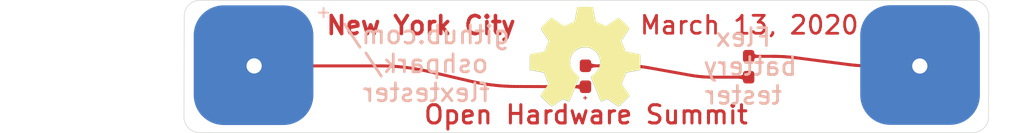
<source format=kicad_pcb>
(kicad_pcb (version 20200811) (host pcbnew "(5.99.0-2804-g595ea70b0)")

  (general
    (thickness 1.6)
    (drawings 21)
    (tracks 107)
    (modules 6)
    (nets 4)
  )

  (paper "A4")
  (layers
    (0 "F.Cu" signal)
    (31 "B.Cu" signal)
    (32 "B.Adhes" user)
    (33 "F.Adhes" user)
    (34 "B.Paste" user)
    (35 "F.Paste" user)
    (36 "B.SilkS" user)
    (37 "F.SilkS" user)
    (38 "B.Mask" user)
    (39 "F.Mask" user)
    (40 "Dwgs.User" user)
    (41 "Cmts.User" user)
    (42 "Eco1.User" user)
    (43 "Eco2.User" user)
    (44 "Edge.Cuts" user)
    (45 "Margin" user)
    (46 "B.CrtYd" user)
    (47 "F.CrtYd" user)
    (48 "B.Fab" user)
    (49 "F.Fab" user)
  )

  (setup
    (pcbplotparams
      (layerselection 0x010fc_ffffffff)
      (usegerberextensions false)
      (usegerberattributes false)
      (usegerberadvancedattributes false)
      (creategerberjobfile false)
      (svguseinch false)
      (svgprecision 6)
      (excludeedgelayer true)
      (linewidth 0.100000)
      (plotframeref false)
      (viasonmask false)
      (mode 1)
      (useauxorigin false)
      (hpglpennumber 1)
      (hpglpenspeed 20)
      (hpglpendiameter 15.000000)
      (psnegative false)
      (psa4output false)
      (plotreference true)
      (plotvalue true)
      (plotinvisibletext false)
      (sketchpadsonfab false)
      (subtractmaskfromsilk false)
      (outputformat 1)
      (mirror false)
      (drillshape 1)
      (scaleselection 1)
      (outputdirectory "")
    )
  )

  (net 0 "")
  (net 1 "GND")
  (net 2 "+3V3")
  (net 3 "Net-(D1-Pad1)")

  (module "LED_SMD:LED_0603_1608Metric_Pad1.05x0.95mm_HandSolder" (layer "F.Cu") (tedit 5E4C3259) (tstamp 00000000-0000-0000-0000-00005e4872f7)
    (at 152.34412 96.57842 -90)
    (descr "LED SMD 0603 (1608 Metric), square (rectangular) end terminal, IPC_7351 nominal, (Body size source: http://www.tortai-tech.com/upload/download/2011102023233369053.pdf), generated with kicad-footprint-generator")
    (tags "LED handsolder")
    (path "/00000000-0000-0000-0000-00005df40b3f")
    (attr smd)
    (fp_text reference "D1" (at 0 -1.43 -90) (layer "F.SilkS") hide
      (effects (font (size 1 1) (thickness 0.15)))
      (tstamp e35dcc1a-c8fc-4387-a080-ba6c9b34b038)
    )
    (fp_text value "LED" (at 2.35588 3.76428 -90) (layer "F.Fab") hide
      (effects (font (size 1 1) (thickness 0.15)))
      (tstamp 4f15676c-7b54-4a14-9aea-699bb9c3acbc)
    )
    (fp_text user "${REFERENCE}" (at 0 0 -90) (layer "F.Fab")
      (effects (font (size 0.4 0.4) (thickness 0.06)))
      (tstamp 4de61563-e20d-4114-9d64-37f939eacf93)
    )
    (fp_line (start 1.65 -0.73) (end 1.65 0.73) (layer "F.CrtYd") (width 0.05) (tstamp 37645250-de33-4b8a-8fba-65952d2fafde))
    (fp_line (start -1.65 -0.73) (end 1.65 -0.73) (layer "F.CrtYd") (width 0.05) (tstamp 591b8208-96de-4133-9a0e-ec29caf87287))
    (fp_line (start -1.65 0.73) (end -1.65 -0.73) (layer "F.CrtYd") (width 0.05) (tstamp e0b85130-38b4-4499-9516-ddce430514e6))
    (fp_line (start 1.65 0.73) (end -1.65 0.73) (layer "F.CrtYd") (width 0.05) (tstamp e6627db0-1cda-493f-b688-6ec22409f281))
    (fp_line (start -0.5 -0.4) (end -0.8 -0.1) (layer "F.Fab") (width 0.1) (tstamp 44fbe07f-6309-4ee4-9a72-0f4cfe0d7a48))
    (fp_line (start -0.8 0.4) (end 0.8 0.4) (layer "F.Fab") (width 0.1) (tstamp 80cb12c8-003d-436f-991d-c173c9c318ee))
    (fp_line (start -0.8 -0.1) (end -0.8 0.4) (layer "F.Fab") (width 0.1) (tstamp 97b58f4c-808e-4893-be88-2d7c2326417f))
    (fp_line (start 0.8 -0.4) (end -0.5 -0.4) (layer "F.Fab") (width 0.1) (tstamp a42b0f02-db75-4222-b737-7523229fc22c))
    (fp_line (start 0.8 0.4) (end 0.8 -0.4) (layer "F.Fab") (width 0.1) (tstamp d00367dd-7d8d-4445-b3b7-356548ffd247))
    (pad "1" smd roundrect (at -0.875 0 270) (size 1.05 0.95) (layers "F.Cu" "F.Paste" "F.Mask") (roundrect_rratio 0.25)
      (net 3 "Net-(D1-Pad1)") (tstamp a0620c9b-ad33-40bc-aa93-3d8e55f86e21))
    (pad "2" smd roundrect (at 0.875 0 270) (size 1.05 0.95) (layers "F.Cu" "F.Paste" "F.Mask") (roundrect_rratio 0.25)
      (net 2 "+3V3") (tstamp bb93f9ba-f5d5-4f5f-973b-fba2216517eb))
    (model "${KISYS3DMOD}/LED_SMD.3dshapes/LED_0603_1608Metric.wrl"
      (offset (xyz 0 0 0))
      (scale (xyz 1 1 1))
      (rotate (xyz 0 0 0))
    )
  )

  (module "Symbol:OSHW-Logo2_14.6x12mm_SilkScreen" (layer "F.Cu") (tedit 5E487BD2) (tstamp 00000000-0000-0000-0000-00005e48e758)
    (at 152.31364 96.33204)
    (descr "Open Source Hardware Symbol")
    (tags "Logo Symbol OSHW")
    (attr virtual)
    (fp_text reference "REF**" (at 0 0) (layer "F.SilkS") hide
      (effects (font (size 1 1) (thickness 0.15)))
      (tstamp 7935053a-7000-4ab1-8550-0379c36359bf)
    )
    (fp_text value "OSHW-Logo2_14.6x12mm_SilkScreen" (at 0.75 0) (layer "F.Fab") hide
      (effects (font (size 1 1) (thickness 0.15)))
      (tstamp 5c98559a-4659-4df8-98a2-8696a26e3f31)
    )
    (fp_poly (pts (xy 0.209014 -5.547002)
      (xy 0.367006 -5.546137)
      (xy 0.481347 -5.543795)
      (xy 0.559407 -5.539238)
      (xy 0.608554 -5.53173)
      (xy 0.636159 -5.520534)
      (xy 0.649592 -5.504912)
      (xy 0.656221 -5.484127)
      (xy 0.656865 -5.481437)
      (xy 0.666935 -5.432887)
      (xy 0.685575 -5.337095)
      (xy 0.710845 -5.204257)
      (xy 0.740807 -5.044569)
      (xy 0.773522 -4.868226)
      (xy 0.774664 -4.862033)
      (xy 0.807433 -4.689218)
      (xy 0.838093 -4.536531)
      (xy 0.864664 -4.413129)
      (xy 0.885167 -4.328169)
      (xy 0.897626 -4.29081)
      (xy 0.89822 -4.290148)
      (xy 0.934919 -4.271905)
      (xy 1.010586 -4.241503)
      (xy 1.108878 -4.205507)
      (xy 1.109425 -4.205315)
      (xy 1.233233 -4.158778)
      (xy 1.379196 -4.099496)
      (xy 1.516781 -4.039891)
      (xy 1.523293 -4.036944)
      (xy 1.74739 -3.935235)
      (xy 2.243619 -4.274103)
      (xy 2.395846 -4.377408)
      (xy 2.533741 -4.469763)
      (xy 2.649315 -4.545916)
      (xy 2.734579 -4.600615)
      (xy 2.781544 -4.628607)
      (xy 2.786004 -4.630683)
      (xy 2.820134 -4.62144)
      (xy 2.883881 -4.576844)
      (xy 2.979731 -4.494791)
      (xy 3.110169 -4.373179)
      (xy 3.243328 -4.243795)
      (xy 3.371694 -4.116298)
      (xy 3.486581 -3.999954)
      (xy 3.581073 -3.901948)
      (xy 3.648253 -3.829464)
      (xy 3.681206 -3.789687)
      (xy 3.682432 -3.787639)
      (xy 3.686074 -3.760344)
      (xy 3.67235 -3.715766)
      (xy 3.637869 -3.647888)
      (xy 3.579239 -3.550689)
      (xy 3.49307 -3.418149)
      (xy 3.3782 -3.247524)
      (xy 3.276254 -3.097345)
      (xy 3.185123 -2.96265)
      (xy 3.110073 -2.85126)
      (xy 3.056369 -2.770995)
      (xy 3.02928 -2.729675)
      (xy 3.027574 -2.72687)
      (xy 3.030882 -2.687279)
      (xy 3.055953 -2.610331)
      (xy 3.097798 -2.510568)
      (xy 3.112712 -2.478709)
      (xy 3.177786 -2.336774)
      (xy 3.247212 -2.175727)
      (xy 3.303609 -2.036379)
      (xy 3.344247 -1.932956)
      (xy 3.376526 -1.854358)
      (xy 3.395178 -1.81328)
      (xy 3.397497 -1.810115)
      (xy 3.431803 -1.804872)
      (xy 3.512669 -1.790506)
      (xy 3.629343 -1.769063)
      (xy 3.771075 -1.742587)
      (xy 3.92711 -1.713123)
      (xy 4.086698 -1.682717)
      (xy 4.239085 -1.653412)
      (xy 4.373521 -1.627255)
      (xy 4.479252 -1.60629)
      (xy 4.545526 -1.592561)
      (xy 4.561782 -1.58868)
      (xy 4.578573 -1.5791)
      (xy 4.591249 -1.557464)
      (xy 4.600378 -1.516469)
      (xy 4.606531 -1.448811)
      (xy 4.61028 -1.347188)
      (xy 4.612192 -1.204297)
      (xy 4.61284 -1.012835)
      (xy 4.612874 -0.934355)
      (xy 4.612874 -0.296094)
      (xy 4.459598 -0.26584)
      (xy 4.374322 -0.249436)
      (xy 4.24707 -0.225491)
      (xy 4.093315 -0.196893)
      (xy 3.928534 -0.166533)
      (xy 3.882989 -0.158194)
      (xy 3.730932 -0.12863)
      (xy 3.598468 -0.099558)
      (xy 3.496714 -0.073671)
      (xy 3.436788 -0.053663)
      (xy 3.426805 -0.047699)
      (xy 3.402293 -0.005466)
      (xy 3.367148 0.07637)
      (xy 3.328173 0.181683)
      (xy 3.320442 0.204368)
      (xy 3.26936 0.345018)
      (xy 3.205954 0.503714)
      (xy 3.143904 0.646225)
      (xy 3.143598 0.646886)
      (xy 3.040267 0.87044)
      (xy 3.719961 1.870232)
      (xy 3.283621 2.3073)
      (xy 3.151649 2.437381)
      (xy 3.031279 2.552048)
      (xy 2.929273 2.645181)
      (xy 2.852391 2.710658)
      (xy 2.807393 2.742357)
      (xy 2.800938 2.744368)
      (xy 2.76304 2.728529)
      (xy 2.685708 2.684496)
      (xy 2.577389 2.61749)
      (xy 2.446532 2.532734)
      (xy 2.305052 2.437816)
      (xy 2.161461 2.340998)
      (xy 2.033435 2.256751)
      (xy 1.929105 2.190258)
      (xy 1.8566 2.146702)
      (xy 1.824158 2.131264)
      (xy 1.784576 2.144328)
      (xy 1.709519 2.17875)
      (xy 1.614468 2.22738)
      (xy 1.604392 2.232785)
      (xy 1.476391 2.29698)
      (xy 1.388618 2.328463)
      (xy 1.334028 2.328798)
      (xy 1.305575 2.299548)
      (xy 1.30541 2.299138)
      (xy 1.291188 2.264498)
      (xy 1.257269 2.182269)
      (xy 1.206284 2.058814)
      (xy 1.140862 1.900498)
      (xy 1.063634 1.713686)
      (xy 0.977229 1.504742)
      (xy 0.893551 1.302446)
      (xy 0.801588 1.0792)
      (xy 0.71715 0.872392)
      (xy 0.642769 0.688362)
      (xy 0.580974 0.533451)
      (xy 0.534297 0.413996)
      (xy 0.505268 0.336339)
      (xy 0.496322 0.307356)
      (xy 0.518756 0.27411)
      (xy 0.577439 0.221123)
      (xy 0.655689 0.162704)
      (xy 0.878534 -0.022048)
      (xy 1.052718 -0.233818)
      (xy 1.176154 -0.468144)
      (xy 1.246754 -0.720566)
      (xy 1.262431 -0.986623)
      (xy 1.251036 -1.109425)
      (xy 1.18895 -1.364207)
      (xy 1.082023 -1.589199)
      (xy 0.936889 -1.782183)
      (xy 0.760178 -1.940939)
      (xy 0.558522 -2.06325)
      (xy 0.338554 -2.146895)
      (xy 0.106906 -2.189656)
      (xy -0.129791 -2.189313)
      (xy -0.364905 -2.143648)
      (xy -0.591804 -2.050441)
      (xy -0.803856 -1.907473)
      (xy -0.892364 -1.826617)
      (xy -1.062111 -1.618993)
      (xy -1.180301 -1.392105)
      (xy -1.247722 -1.152567)
      (xy -1.26516 -0.906993)
      (xy -1.233402 -0.661997)
      (xy -1.153235 -0.424192)
      (xy -1.025445 -0.200193)
      (xy -0.85082 0.003387)
      (xy -0.655688 0.162704)
      (xy -0.574409 0.223602)
      (xy -0.516991 0.276015)
      (xy -0.496322 0.307406)
      (xy -0.507144 0.341639)
      (xy -0.537923 0.423419)
      (xy -0.586126 0.546407)
      (xy -0.649222 0.704263)
      (xy -0.724678 0.890649)
      (xy -0.809962 1.099226)
      (xy -0.893781 1.302496)
      (xy -0.986255 1.525933)
      (xy -1.071911 1.732984)
      (xy -1.148118 1.917286)
      (xy -1.212247 2.072475)
      (xy -1.261668 2.192188)
      (xy -1.293752 2.270061)
      (xy -1.305641 2.299138)
      (xy -1.333726 2.328677)
      (xy -1.388051 2.328591)
      (xy -1.475605 2.297326)
      (xy -1.603381 2.233329)
      (xy -1.604392 2.232785)
      (xy -1.700598 2.183121)
      (xy -1.778369 2.146945)
      (xy -1.822223 2.131408)
      (xy -1.824158 2.131264)
      (xy -1.857171 2.147024)
      (xy -1.930054 2.19085)
      (xy -2.034678 2.257557)
      (xy -2.16291 2.341964)
      (xy -2.305052 2.437816)
      (xy -2.449767 2.534867)
      (xy -2.580196 2.61927)
      (xy -2.68789 2.685801)
      (xy -2.764402 2.729238)
      (xy -2.800938 2.744368)
      (xy -2.834582 2.724482)
      (xy -2.902224 2.668903)
      (xy -2.997107 2.583754)
      (xy -3.11247 2.475153)
      (xy -3.241555 2.349221)
      (xy -3.283771 2.307149)
      (xy -3.720261 1.869931)
      (xy -3.388023 1.38234)
      (xy -3.287054 1.232605)
      (xy -3.198438 1.09822)
      (xy -3.127146 0.986969)
      (xy -3.07815 0.906639)
      (xy -3.056422 0.865014)
      (xy -3.055785 0.862053)
      (xy -3.06724 0.822818)
      (xy -3.098051 0.743895)
      (xy -3.142884 0.638509)
      (xy -3.174353 0.567954)
      (xy -3.233192 0.432876)
      (xy -3.288604 0.296409)
      (xy -3.331564 0.181103)
      (xy -3.343234 0.145977)
      (xy -3.376389 0.052174)
      (xy -3.408799 -0.020306)
      (xy -3.426601 -0.047699)
      (xy -3.465886 -0.064464)
      (xy -3.551626 -0.08823)
      (xy -3.672697 -0.116303)
      (xy -3.817973 -0.145991)
      (xy -3.882988 -0.158194)
      (xy -4.048087 -0.188532)
      (xy -4.206448 -0.217907)
      (xy -4.342596 -0.243431)
      (xy -4.441057 -0.262215)
      (xy -4.459598 -0.26584)
      (xy -4.612873 -0.296094)
      (xy -4.612873 -0.934355)
      (xy -4.612529 -1.14423)
      (xy -4.611116 -1.30302)
      (xy -4.608064 -1.418027)
      (xy -4.602803 -1.496554)
      (xy -4.594763 -1.545904)
      (xy -4.583373 -1.573381)
      (xy -4.568063 -1.586287)
      (xy -4.561782 -1.58868)
      (xy -4.523896 -1.597167)
      (xy -4.440195 -1.6141)
      (xy -4.321433 -1.637434)
      (xy -4.178361 -1.665125)
      (xy -4.021732 -1.695127)
      (xy -3.862297 -1.725396)
      (xy -3.710809 -1.753885)
      (xy -3.578019 -1.778551)
      (xy -3.474681 -1.797349)
      (xy -3.411545 -1.808233)
      (xy -3.397497 -1.810115)
      (xy -3.38477 -1.835296)
      (xy -3.3566 -1.902378)
      (xy -3.318252 -1.998667)
      (xy -3.303609 -2.036379)
      (xy -3.244548 -2.182079)
      (xy -3.175 -2.343049)
      (xy -3.112712 -2.478709)
      (xy -3.066879 -2.582439)
      (xy -3.036387 -2.667674)
      (xy -3.026208 -2.719874)
      (xy -3.027831 -2.72687)
      (xy -3.049343 -2.759898)
      (xy -3.098465 -2.833357)
      (xy -3.169923 -2.939423)
      (xy -3.258445 -3.070274)
      (xy -3.358759 -3.218088)
      (xy -3.378594 -3.247266)
      (xy -3.494988 -3.420137)
      (xy -3.580548 -3.551774)
      (xy -3.638684 -3.648239)
      (xy -3.672808 -3.715592)
      (xy -3.686331 -3.759894)
      (xy -3.682664 -3.787206)
      (xy -3.68257 -3.78738)
      (xy -3.653707 -3.823254)
      (xy -3.589867 -3.892609)
      (xy -3.497969 -3.988255)
      (xy -3.384933 -4.103001)
      (xy -3.257679 -4.229659)
      (xy -3.243328 -4.243795)
      (xy -3.082957 -4.399097)
      (xy -2.959195 -4.51313)
      (xy -2.869555 -4.587998)
      (xy -2.811552 -4.625804)
      (xy -2.786004 -4.630683)
      (xy -2.748718 -4.609397)
      (xy -2.671343 -4.560227)
      (xy -2.561867 -4.488425)
      (xy -2.42828 -4.399245)
      (xy -2.27857 -4.297937)
      (xy -2.243618 -4.274103)
      (xy -1.74739 -3.935235)
      (xy -1.523293 -4.036944)
      (xy -1.387011 -4.096217)
      (xy -1.240724 -4.15583)
      (xy -1.114965 -4.20336)
      (xy -1.109425 -4.205315)
      (xy -1.011057 -4.241323)
      (xy -0.935229 -4.271771)
      (xy -0.898282 -4.290095)
      (xy -0.89822 -4.290148)
      (xy -0.886496 -4.323271)
      (xy -0.866568 -4.404733)
      (xy -0.840413 -4.525375)
      (xy -0.81001 -4.676041)
      (xy -0.777337 -4.847572)
      (xy -0.774664 -4.862033)
      (xy -0.74189 -5.038765)
      (xy -0.711802 -5.19919)
      (xy -0.686339 -5.333112)
      (xy -0.667441 -5.430337)
      (xy -0.657047 -5.480668)
      (xy -0.656865 -5.481437)
      (xy -0.650539 -5.502847)
      (xy -0.638239 -5.519012)
      (xy -0.612594 -5.530669)
      (xy -0.566235 -5.538555)
      (xy -0.491792 -5.543407)
      (xy -0.381895 -5.545961)
      (xy -0.229175 -5.546955)
      (xy -0.026262 -5.547126)
      (xy 0 -5.547126)
      (xy 0.209014 -5.547002)) (layer "F.SilkS") (width 0.01) (tstamp 71840127-55ae-46a4-b9a8-5cb07731b126))
  )

  (module "Resistor_SMD:R_0603_1608Metric_Pad1.05x0.95mm_HandSolder" (layer "F.Cu") (tedit 5E4C6FEF) (tstamp 00000000-0000-0000-0000-00005e4cb3ed)
    (at 165.97884 95.77832 -90)
    (descr "Resistor SMD 0603 (1608 Metric), square (rectangular) end terminal, IPC_7351 nominal with elongated pad for handsoldering. (Body size source: http://www.tortai-tech.com/upload/download/2011102023233369053.pdf), generated with kicad-footprint-generator")
    (tags "resistor handsolder")
    (path "/00000000-0000-0000-0000-00005e4c332b")
    (attr smd)
    (fp_text reference "R1" (at 0 -1.65 -90) (layer "F.SilkS") hide
      (effects (font (size 1 1) (thickness 0.15)))
      (tstamp 55a95e02-f47b-4649-aebd-5f65b78adc58)
    )
    (fp_text value "R" (at 0 1.65 -90) (layer "F.Fab")
      (effects (font (size 1 1) (thickness 0.15)))
      (tstamp f49df3dc-2d35-4139-8cd3-6ecde2784b42)
    )
    (fp_text user "${REFERENCE}" (at 0 0 -90) (layer "F.Fab")
      (effects (font (size 0.5 0.5) (thickness 0.08)))
      (tstamp 3d85e6a9-fa9f-4f09-a9a9-7f1b646b1117)
    )
    (fp_line (start -1.65 -0.73) (end 1.65 -0.73) (layer "F.CrtYd") (width 0.05) (tstamp 112afa85-b22a-4fcc-b038-4c21fcb5cc8b))
    (fp_line (start 1.65 0.73) (end -1.65 0.73) (layer "F.CrtYd") (width 0.05) (tstamp 8939b35a-4c87-4497-8397-7ac98470a2c6))
    (fp_line (start -1.65 0.73) (end -1.65 -0.73) (layer "F.CrtYd") (width 0.05) (tstamp ace8a413-dcad-4b53-8e95-c06f8f7c6e73))
    (fp_line (start 1.65 -0.73) (end 1.65 0.73) (layer "F.CrtYd") (width 0.05) (tstamp bcd64dba-6274-4cf1-b23f-e2bf31a1c3bf))
    (fp_line (start -0.8 0.4) (end -0.8 -0.4) (layer "F.Fab") (width 0.1) (tstamp 00e7290f-1b7d-4330-ad3c-1ced277d9847))
    (fp_line (start -0.8 -0.4) (end 0.8 -0.4) (layer "F.Fab") (width 0.1) (tstamp 3bd6e16a-1d6b-4241-8e5c-efbba05d44f5))
    (fp_line (start 0.8 0.4) (end -0.8 0.4) (layer "F.Fab") (width 0.1) (tstamp 5fc263c4-ad98-4dbe-b35b-e1fdc18bbf7e))
    (fp_line (start 0.8 -0.4) (end 0.8 0.4) (layer "F.Fab") (width 0.1) (tstamp 8a257b12-ece1-4ccd-93a8-6ffc28fdd909))
    (pad "1" smd roundrect (at -0.875 0 270) (size 1.05 0.95) (layers "F.Cu" "F.Paste" "F.Mask") (roundrect_rratio 0.25)
      (net 1 "GND") (tstamp 70aeb8bb-c597-4efc-9d67-bd511886ef18))
    (pad "2" smd roundrect (at 0.875 0 270) (size 1.05 0.95) (layers "F.Cu" "F.Paste" "F.Mask") (roundrect_rratio 0.25)
      (net 3 "Net-(D1-Pad1)") (tstamp 577cd9b8-3137-45ef-abe9-7397b51b7a32))
    (model "${KISYS3DMOD}/Resistor_SMD.3dshapes/R_0603_1608Metric.wrl"
      (offset (xyz 0 0 0))
      (scale (xyz 1 1 1))
      (rotate (xyz 0 0 0))
    )
  )

  (module "touch:TestPoint_Pad_4.0x4.0mm" (layer "B.Cu") (tedit 5E487C9C) (tstamp 00000000-0000-0000-0000-00005e48d7f6)
    (at 180.29682 95.63862)
    (descr "SMD rectangular pad as test Point, square 4.0mm side length")
    (tags "test point SMD pad rectangle square")
    (path "/00000000-0000-0000-0000-00005df4886b")
    (attr virtual)
    (fp_text reference "J2" (at 0 2.898) (layer "B.SilkS") hide
      (effects (font (size 1 1) (thickness 0.15)) (justify mirror))
      (tstamp 614a30ec-a443-48b6-a571-b981b6bdc5db)
    )
    (fp_text value "Conn_01x01_Female" (at 0 -3.1) (layer "B.Fab") hide
      (effects (font (size 1 1) (thickness 0.15)) (justify mirror))
      (tstamp a3e827f3-da8b-458a-b48f-67fa8a00e190)
    )
    (fp_text user "${REFERENCE}" (at 0 2.9) (layer "B.Fab") hide
      (effects (font (size 1 1) (thickness 0.15)) (justify mirror))
      (tstamp 4d5ebd5e-e365-436a-a4cb-c53c654b471c)
    )
    (fp_line (start 2.5 -2.5) (end -2.5 -2.5) (layer "B.CrtYd") (width 0.05) (tstamp 119e7816-200b-4370-b09c-ac9d1d87ce70))
    (fp_line (start -2.5 2.5) (end 2.5 2.5) (layer "B.CrtYd") (width 0.05) (tstamp 25b27076-06ea-4468-8587-aa9a8772d526))
    (fp_line (start -2.5 2.5) (end -2.5 -2.5) (layer "B.CrtYd") (width 0.05) (tstamp 69576cae-d9e9-4daa-8daa-b132b205cfb2))
    (fp_line (start 2.5 -2.5) (end 2.5 2.5) (layer "B.CrtYd") (width 0.05) (tstamp dbfc0b95-b285-4b50-8c72-543e0b6d2b60))
    (pad "1" smd roundrect (at 0 0) (size 10 10) (layers "B.Cu" "B.Mask") (roundrect_rratio 0.25)
      (net 1 "GND") (tstamp 9b3f9932-1872-45eb-9ac5-d4ddbd36a89a))
  )

  (module "touch:TestPoint_Pad_4.0x4.0mm" (layer "B.Cu") (tedit 5E487CBA) (tstamp 00000000-0000-0000-0000-00005e48d97b)
    (at 124.61494 95.65132)
    (descr "SMD rectangular pad as test Point, square 4.0mm side length")
    (tags "test point SMD pad rectangle square")
    (path "/00000000-0000-0000-0000-00005df48217")
    (attr virtual)
    (fp_text reference "J1" (at 0 2.898) (layer "B.SilkS") hide
      (effects (font (size 1 1) (thickness 0.15)) (justify mirror))
      (tstamp 49a57655-5632-4eea-984a-9450f82948df)
    )
    (fp_text value "Conn_01x01_Female" (at 0 -3.1) (layer "B.Fab") hide
      (effects (font (size 1 1) (thickness 0.15)) (justify mirror))
      (tstamp e452eadf-5259-47db-bfa6-691097db1995)
    )
    (fp_text user "${REFERENCE}" (at 0 2.9) (layer "B.Fab") hide
      (effects (font (size 1 1) (thickness 0.15)) (justify mirror))
      (tstamp 7ba61776-706f-4346-b732-26738458fb7f)
    )
    (fp_line (start 2.5 -2.5) (end -2.5 -2.5) (layer "B.CrtYd") (width 0.05) (tstamp 5e5843ca-6b36-4a7c-82c8-2c9466cbce10))
    (fp_line (start -2.5 2.5) (end -2.5 -2.5) (layer "B.CrtYd") (width 0.05) (tstamp a194b7a3-056c-4a27-aecc-b2a799f9aeeb))
    (fp_line (start -2.5 2.5) (end 2.5 2.5) (layer "B.CrtYd") (width 0.05) (tstamp ad6747fb-5b01-47d6-9063-680961f325ef))
    (fp_line (start 2.5 -2.5) (end 2.5 2.5) (layer "B.CrtYd") (width 0.05) (tstamp e45c3aac-0d98-46b5-a4e4-83e604a8ce29))
    (pad "1" smd roundrect (at 0 0) (size 10 10) (layers "B.Cu" "B.Mask") (roundrect_rratio 0.25)
      (net 2 "+3V3") (tstamp b4259461-c966-46fa-b9b1-e03729529930))
  )

  (module "Symbol:OSHW-Logo2_14.6x12mm_SilkScreen" (layer "B.Cu") (tedit 5E487EEC) (tstamp 00000000-0000-0000-0000-00005e490121)
    (at 152.3111 96.34474 180)
    (descr "Open Source Hardware Symbol")
    (tags "Logo Symbol OSHW")
    (attr virtual)
    (fp_text reference "REF**" (at 0 0) (layer "B.SilkS") hide
      (effects (font (size 1 1) (thickness 0.15)) (justify mirror))
      (tstamp 89e09e3d-ce43-4a93-b827-3735a457bc50)
    )
    (fp_text value "OSHW-Logo2_14.6x12mm_SilkScreen" (at 0.75 0) (layer "B.Fab") hide
      (effects (font (size 1 1) (thickness 0.15)) (justify mirror))
      (tstamp 4bdc228e-af92-4eac-a7af-3f5f80f5c846)
    )
    (fp_poly (pts (xy 0.209014 5.547002)
      (xy 0.367006 5.546137)
      (xy 0.481347 5.543795)
      (xy 0.559407 5.539238)
      (xy 0.608554 5.53173)
      (xy 0.636159 5.520534)
      (xy 0.649592 5.504912)
      (xy 0.656221 5.484127)
      (xy 0.656865 5.481437)
      (xy 0.666935 5.432887)
      (xy 0.685575 5.337095)
      (xy 0.710845 5.204257)
      (xy 0.740807 5.044569)
      (xy 0.773522 4.868226)
      (xy 0.774664 4.862033)
      (xy 0.807433 4.689218)
      (xy 0.838093 4.536531)
      (xy 0.864664 4.413129)
      (xy 0.885167 4.328169)
      (xy 0.897626 4.29081)
      (xy 0.89822 4.290148)
      (xy 0.934919 4.271905)
      (xy 1.010586 4.241503)
      (xy 1.108878 4.205507)
      (xy 1.109425 4.205315)
      (xy 1.233233 4.158778)
      (xy 1.379196 4.099496)
      (xy 1.516781 4.039891)
      (xy 1.523293 4.036944)
      (xy 1.74739 3.935235)
      (xy 2.243619 4.274103)
      (xy 2.395846 4.377408)
      (xy 2.533741 4.469763)
      (xy 2.649315 4.545916)
      (xy 2.734579 4.600615)
      (xy 2.781544 4.628607)
      (xy 2.786004 4.630683)
      (xy 2.820134 4.62144)
      (xy 2.883881 4.576844)
      (xy 2.979731 4.494791)
      (xy 3.110169 4.373179)
      (xy 3.243328 4.243795)
      (xy 3.371694 4.116298)
      (xy 3.486581 3.999954)
      (xy 3.581073 3.901948)
      (xy 3.648253 3.829464)
      (xy 3.681206 3.789687)
      (xy 3.682432 3.787639)
      (xy 3.686074 3.760344)
      (xy 3.67235 3.715766)
      (xy 3.637869 3.647888)
      (xy 3.579239 3.550689)
      (xy 3.49307 3.418149)
      (xy 3.3782 3.247524)
      (xy 3.276254 3.097345)
      (xy 3.185123 2.96265)
      (xy 3.110073 2.85126)
      (xy 3.056369 2.770995)
      (xy 3.02928 2.729675)
      (xy 3.027574 2.72687)
      (xy 3.030882 2.687279)
      (xy 3.055953 2.610331)
      (xy 3.097798 2.510568)
      (xy 3.112712 2.478709)
      (xy 3.177786 2.336774)
      (xy 3.247212 2.175727)
      (xy 3.303609 2.036379)
      (xy 3.344247 1.932956)
      (xy 3.376526 1.854358)
      (xy 3.395178 1.81328)
      (xy 3.397497 1.810115)
      (xy 3.431803 1.804872)
      (xy 3.512669 1.790506)
      (xy 3.629343 1.769063)
      (xy 3.771075 1.742587)
      (xy 3.92711 1.713123)
      (xy 4.086698 1.682717)
      (xy 4.239085 1.653412)
      (xy 4.373521 1.627255)
      (xy 4.479252 1.60629)
      (xy 4.545526 1.592561)
      (xy 4.561782 1.58868)
      (xy 4.578573 1.5791)
      (xy 4.591249 1.557464)
      (xy 4.600378 1.516469)
      (xy 4.606531 1.448811)
      (xy 4.61028 1.347188)
      (xy 4.612192 1.204297)
      (xy 4.61284 1.012835)
      (xy 4.612874 0.934355)
      (xy 4.612874 0.296094)
      (xy 4.459598 0.26584)
      (xy 4.374322 0.249436)
      (xy 4.24707 0.225491)
      (xy 4.093315 0.196893)
      (xy 3.928534 0.166533)
      (xy 3.882989 0.158194)
      (xy 3.730932 0.12863)
      (xy 3.598468 0.099558)
      (xy 3.496714 0.073671)
      (xy 3.436788 0.053663)
      (xy 3.426805 0.047699)
      (xy 3.402293 0.005466)
      (xy 3.367148 -0.07637)
      (xy 3.328173 -0.181683)
      (xy 3.320442 -0.204368)
      (xy 3.26936 -0.345018)
      (xy 3.205954 -0.503714)
      (xy 3.143904 -0.646225)
      (xy 3.143598 -0.646886)
      (xy 3.040267 -0.87044)
      (xy 3.719961 -1.870232)
      (xy 3.283621 -2.3073)
      (xy 3.151649 -2.437381)
      (xy 3.031279 -2.552048)
      (xy 2.929273 -2.645181)
      (xy 2.852391 -2.710658)
      (xy 2.807393 -2.742357)
      (xy 2.800938 -2.744368)
      (xy 2.76304 -2.728529)
      (xy 2.685708 -2.684496)
      (xy 2.577389 -2.61749)
      (xy 2.446532 -2.532734)
      (xy 2.305052 -2.437816)
      (xy 2.161461 -2.340998)
      (xy 2.033435 -2.256751)
      (xy 1.929105 -2.190258)
      (xy 1.8566 -2.146702)
      (xy 1.824158 -2.131264)
      (xy 1.784576 -2.144328)
      (xy 1.709519 -2.17875)
      (xy 1.614468 -2.22738)
      (xy 1.604392 -2.232785)
      (xy 1.476391 -2.29698)
      (xy 1.388618 -2.328463)
      (xy 1.334028 -2.328798)
      (xy 1.305575 -2.299548)
      (xy 1.30541 -2.299138)
      (xy 1.291188 -2.264498)
      (xy 1.257269 -2.182269)
      (xy 1.206284 -2.058814)
      (xy 1.140862 -1.900498)
      (xy 1.063634 -1.713686)
      (xy 0.977229 -1.504742)
      (xy 0.893551 -1.302446)
      (xy 0.801588 -1.0792)
      (xy 0.71715 -0.872392)
      (xy 0.642769 -0.688362)
      (xy 0.580974 -0.533451)
      (xy 0.534297 -0.413996)
      (xy 0.505268 -0.336339)
      (xy 0.496322 -0.307356)
      (xy 0.518756 -0.27411)
      (xy 0.577439 -0.221123)
      (xy 0.655689 -0.162704)
      (xy 0.878534 0.022048)
      (xy 1.052718 0.233818)
      (xy 1.176154 0.468144)
      (xy 1.246754 0.720566)
      (xy 1.262431 0.986623)
      (xy 1.251036 1.109425)
      (xy 1.18895 1.364207)
      (xy 1.082023 1.589199)
      (xy 0.936889 1.782183)
      (xy 0.760178 1.940939)
      (xy 0.558522 2.06325)
      (xy 0.338554 2.146895)
      (xy 0.106906 2.189656)
      (xy -0.129791 2.189313)
      (xy -0.364905 2.143648)
      (xy -0.591804 2.050441)
      (xy -0.803856 1.907473)
      (xy -0.892364 1.826617)
      (xy -1.062111 1.618993)
      (xy -1.180301 1.392105)
      (xy -1.247722 1.152567)
      (xy -1.26516 0.906993)
      (xy -1.233402 0.661997)
      (xy -1.153235 0.424192)
      (xy -1.025445 0.200193)
      (xy -0.85082 -0.003387)
      (xy -0.655688 -0.162704)
      (xy -0.574409 -0.223602)
      (xy -0.516991 -0.276015)
      (xy -0.496322 -0.307406)
      (xy -0.507144 -0.341639)
      (xy -0.537923 -0.423419)
      (xy -0.586126 -0.546407)
      (xy -0.649222 -0.704263)
      (xy -0.724678 -0.890649)
      (xy -0.809962 -1.099226)
      (xy -0.893781 -1.302496)
      (xy -0.986255 -1.525933)
      (xy -1.071911 -1.732984)
      (xy -1.148118 -1.917286)
      (xy -1.212247 -2.072475)
      (xy -1.261668 -2.192188)
      (xy -1.293752 -2.270061)
      (xy -1.305641 -2.299138)
      (xy -1.333726 -2.328677)
      (xy -1.388051 -2.328591)
      (xy -1.475605 -2.297326)
      (xy -1.603381 -2.233329)
      (xy -1.604392 -2.232785)
      (xy -1.700598 -2.183121)
      (xy -1.778369 -2.146945)
      (xy -1.822223 -2.131408)
      (xy -1.824158 -2.131264)
      (xy -1.857171 -2.147024)
      (xy -1.930054 -2.19085)
      (xy -2.034678 -2.257557)
      (xy -2.16291 -2.341964)
      (xy -2.305052 -2.437816)
      (xy -2.449767 -2.534867)
      (xy -2.580196 -2.61927)
      (xy -2.68789 -2.685801)
      (xy -2.764402 -2.729238)
      (xy -2.800938 -2.744368)
      (xy -2.834582 -2.724482)
      (xy -2.902224 -2.668903)
      (xy -2.997107 -2.583754)
      (xy -3.11247 -2.475153)
      (xy -3.241555 -2.349221)
      (xy -3.283771 -2.307149)
      (xy -3.720261 -1.869931)
      (xy -3.388023 -1.38234)
      (xy -3.287054 -1.232605)
      (xy -3.198438 -1.09822)
      (xy -3.127146 -0.986969)
      (xy -3.07815 -0.906639)
      (xy -3.056422 -0.865014)
      (xy -3.055785 -0.862053)
      (xy -3.06724 -0.822818)
      (xy -3.098051 -0.743895)
      (xy -3.142884 -0.638509)
      (xy -3.174353 -0.567954)
      (xy -3.233192 -0.432876)
      (xy -3.288604 -0.296409)
      (xy -3.331564 -0.181103)
      (xy -3.343234 -0.145977)
      (xy -3.376389 -0.052174)
      (xy -3.408799 0.020306)
      (xy -3.426601 0.047699)
      (xy -3.465886 0.064464)
      (xy -3.551626 0.08823)
      (xy -3.672697 0.116303)
      (xy -3.817973 0.145991)
      (xy -3.882988 0.158194)
      (xy -4.048087 0.188532)
      (xy -4.206448 0.217907)
      (xy -4.342596 0.243431)
      (xy -4.441057 0.262215)
      (xy -4.459598 0.26584)
      (xy -4.612873 0.296094)
      (xy -4.612873 0.934355)
      (xy -4.612529 1.14423)
      (xy -4.611116 1.30302)
      (xy -4.608064 1.418027)
      (xy -4.602803 1.496554)
      (xy -4.594763 1.545904)
      (xy -4.583373 1.573381)
      (xy -4.568063 1.586287)
      (xy -4.561782 1.58868)
      (xy -4.523896 1.597167)
      (xy -4.440195 1.6141)
      (xy -4.321433 1.637434)
      (xy -4.178361 1.665125)
      (xy -4.021732 1.695127)
      (xy -3.862297 1.725396)
      (xy -3.710809 1.753885)
      (xy -3.578019 1.778551)
      (xy -3.474681 1.797349)
      (xy -3.411545 1.808233)
      (xy -3.397497 1.810115)
      (xy -3.38477 1.835296)
      (xy -3.3566 1.902378)
      (xy -3.318252 1.998667)
      (xy -3.303609 2.036379)
      (xy -3.244548 2.182079)
      (xy -3.175 2.343049)
      (xy -3.112712 2.478709)
      (xy -3.066879 2.582439)
      (xy -3.036387 2.667674)
      (xy -3.026208 2.719874)
      (xy -3.027831 2.72687)
      (xy -3.049343 2.759898)
      (xy -3.098465 2.833357)
      (xy -3.169923 2.939423)
      (xy -3.258445 3.070274)
      (xy -3.358759 3.218088)
      (xy -3.378594 3.247266)
      (xy -3.494988 3.420137)
      (xy -3.580548 3.551774)
      (xy -3.638684 3.648239)
      (xy -3.672808 3.715592)
      (xy -3.686331 3.759894)
      (xy -3.682664 3.787206)
      (xy -3.68257 3.78738)
      (xy -3.653707 3.823254)
      (xy -3.589867 3.892609)
      (xy -3.497969 3.988255)
      (xy -3.384933 4.103001)
      (xy -3.257679 4.229659)
      (xy -3.243328 4.243795)
      (xy -3.082957 4.399097)
      (xy -2.959195 4.51313)
      (xy -2.869555 4.587998)
      (xy -2.811552 4.625804)
      (xy -2.786004 4.630683)
      (xy -2.748718 4.609397)
      (xy -2.671343 4.560227)
      (xy -2.561867 4.488425)
      (xy -2.42828 4.399245)
      (xy -2.27857 4.297937)
      (xy -2.243618 4.274103)
      (xy -1.74739 3.935235)
      (xy -1.523293 4.036944)
      (xy -1.387011 4.096217)
      (xy -1.240724 4.15583)
      (xy -1.114965 4.20336)
      (xy -1.109425 4.205315)
      (xy -1.011057 4.241323)
      (xy -0.935229 4.271771)
      (xy -0.898282 4.290095)
      (xy -0.89822 4.290148)
      (xy -0.886496 4.323271)
      (xy -0.866568 4.404733)
      (xy -0.840413 4.525375)
      (xy -0.81001 4.676041)
      (xy -0.777337 4.847572)
      (xy -0.774664 4.862033)
      (xy -0.74189 5.038765)
      (xy -0.711802 5.19919)
      (xy -0.686339 5.333112)
      (xy -0.667441 5.430337)
      (xy -0.657047 5.480668)
      (xy -0.656865 5.481437)
      (xy -0.650539 5.502847)
      (xy -0.638239 5.519012)
      (xy -0.612594 5.530669)
      (xy -0.566235 5.538555)
      (xy -0.491792 5.543407)
      (xy -0.381895 5.545961)
      (xy -0.229175 5.546955)
      (xy -0.026262 5.547126)
      (xy 0 5.547126)
      (xy 0.209014 5.547002)) (layer "B.Cu") (width 0.01) (tstamp 78c47922-760a-4f9f-ba71-8158d1976ab7))
    (fp_poly (pts (xy 0.209014 5.547002)
      (xy 0.367006 5.546137)
      (xy 0.481347 5.543795)
      (xy 0.559407 5.539238)
      (xy 0.608554 5.53173)
      (xy 0.636159 5.520534)
      (xy 0.649592 5.504912)
      (xy 0.656221 5.484127)
      (xy 0.656865 5.481437)
      (xy 0.666935 5.432887)
      (xy 0.685575 5.337095)
      (xy 0.710845 5.204257)
      (xy 0.740807 5.044569)
      (xy 0.773522 4.868226)
      (xy 0.774664 4.862033)
      (xy 0.807433 4.689218)
      (xy 0.838093 4.536531)
      (xy 0.864664 4.413129)
      (xy 0.885167 4.328169)
      (xy 0.897626 4.29081)
      (xy 0.89822 4.290148)
      (xy 0.934919 4.271905)
      (xy 1.010586 4.241503)
      (xy 1.108878 4.205507)
      (xy 1.109425 4.205315)
      (xy 1.233233 4.158778)
      (xy 1.379196 4.099496)
      (xy 1.516781 4.039891)
      (xy 1.523293 4.036944)
      (xy 1.74739 3.935235)
      (xy 2.243619 4.274103)
      (xy 2.395846 4.377408)
      (xy 2.533741 4.469763)
      (xy 2.649315 4.545916)
      (xy 2.734579 4.600615)
      (xy 2.781544 4.628607)
      (xy 2.786004 4.630683)
      (xy 2.820134 4.62144)
      (xy 2.883881 4.576844)
      (xy 2.979731 4.494791)
      (xy 3.110169 4.373179)
      (xy 3.243328 4.243795)
      (xy 3.371694 4.116298)
      (xy 3.486581 3.999954)
      (xy 3.581073 3.901948)
      (xy 3.648253 3.829464)
      (xy 3.681206 3.789687)
      (xy 3.682432 3.787639)
      (xy 3.686074 3.760344)
      (xy 3.67235 3.715766)
      (xy 3.637869 3.647888)
      (xy 3.579239 3.550689)
      (xy 3.49307 3.418149)
      (xy 3.3782 3.247524)
      (xy 3.276254 3.097345)
      (xy 3.185123 2.96265)
      (xy 3.110073 2.85126)
      (xy 3.056369 2.770995)
      (xy 3.02928 2.729675)
      (xy 3.027574 2.72687)
      (xy 3.030882 2.687279)
      (xy 3.055953 2.610331)
      (xy 3.097798 2.510568)
      (xy 3.112712 2.478709)
      (xy 3.177786 2.336774)
      (xy 3.247212 2.175727)
      (xy 3.303609 2.036379)
      (xy 3.344247 1.932956)
      (xy 3.376526 1.854358)
      (xy 3.395178 1.81328)
      (xy 3.397497 1.810115)
      (xy 3.431803 1.804872)
      (xy 3.512669 1.790506)
      (xy 3.629343 1.769063)
      (xy 3.771075 1.742587)
      (xy 3.92711 1.713123)
      (xy 4.086698 1.682717)
      (xy 4.239085 1.653412)
      (xy 4.373521 1.627255)
      (xy 4.479252 1.60629)
      (xy 4.545526 1.592561)
      (xy 4.561782 1.58868)
      (xy 4.578573 1.5791)
      (xy 4.591249 1.557464)
      (xy 4.600378 1.516469)
      (xy 4.606531 1.448811)
      (xy 4.61028 1.347188)
      (xy 4.612192 1.204297)
      (xy 4.61284 1.012835)
      (xy 4.612874 0.934355)
      (xy 4.612874 0.296094)
      (xy 4.459598 0.26584)
      (xy 4.374322 0.249436)
      (xy 4.24707 0.225491)
      (xy 4.093315 0.196893)
      (xy 3.928534 0.166533)
      (xy 3.882989 0.158194)
      (xy 3.730932 0.12863)
      (xy 3.598468 0.099558)
      (xy 3.496714 0.073671)
      (xy 3.436788 0.053663)
      (xy 3.426805 0.047699)
      (xy 3.402293 0.005466)
      (xy 3.367148 -0.07637)
      (xy 3.328173 -0.181683)
      (xy 3.320442 -0.204368)
      (xy 3.26936 -0.345018)
      (xy 3.205954 -0.503714)
      (xy 3.143904 -0.646225)
      (xy 3.143598 -0.646886)
      (xy 3.040267 -0.87044)
      (xy 3.719961 -1.870232)
      (xy 3.283621 -2.3073)
      (xy 3.151649 -2.437381)
      (xy 3.031279 -2.552048)
      (xy 2.929273 -2.645181)
      (xy 2.852391 -2.710658)
      (xy 2.807393 -2.742357)
      (xy 2.800938 -2.744368)
      (xy 2.76304 -2.728529)
      (xy 2.685708 -2.684496)
      (xy 2.577389 -2.61749)
      (xy 2.446532 -2.532734)
      (xy 2.305052 -2.437816)
      (xy 2.161461 -2.340998)
      (xy 2.033435 -2.256751)
      (xy 1.929105 -2.190258)
      (xy 1.8566 -2.146702)
      (xy 1.824158 -2.131264)
      (xy 1.784576 -2.144328)
      (xy 1.709519 -2.17875)
      (xy 1.614468 -2.22738)
      (xy 1.604392 -2.232785)
      (xy 1.476391 -2.29698)
      (xy 1.388618 -2.328463)
      (xy 1.334028 -2.328798)
      (xy 1.305575 -2.299548)
      (xy 1.30541 -2.299138)
      (xy 1.291188 -2.264498)
      (xy 1.257269 -2.182269)
      (xy 1.206284 -2.058814)
      (xy 1.140862 -1.900498)
      (xy 1.063634 -1.713686)
      (xy 0.977229 -1.504742)
      (xy 0.893551 -1.302446)
      (xy 0.801588 -1.0792)
      (xy 0.71715 -0.872392)
      (xy 0.642769 -0.688362)
      (xy 0.580974 -0.533451)
      (xy 0.534297 -0.413996)
      (xy 0.505268 -0.336339)
      (xy 0.496322 -0.307356)
      (xy 0.518756 -0.27411)
      (xy 0.577439 -0.221123)
      (xy 0.655689 -0.162704)
      (xy 0.878534 0.022048)
      (xy 1.052718 0.233818)
      (xy 1.176154 0.468144)
      (xy 1.246754 0.720566)
      (xy 1.262431 0.986623)
      (xy 1.251036 1.109425)
      (xy 1.18895 1.364207)
      (xy 1.082023 1.589199)
      (xy 0.936889 1.782183)
      (xy 0.760178 1.940939)
      (xy 0.558522 2.06325)
      (xy 0.338554 2.146895)
      (xy 0.106906 2.189656)
      (xy -0.129791 2.189313)
      (xy -0.364905 2.143648)
      (xy -0.591804 2.050441)
      (xy -0.803856 1.907473)
      (xy -0.892364 1.826617)
      (xy -1.062111 1.618993)
      (xy -1.180301 1.392105)
      (xy -1.247722 1.152567)
      (xy -1.26516 0.906993)
      (xy -1.233402 0.661997)
      (xy -1.153235 0.424192)
      (xy -1.025445 0.200193)
      (xy -0.85082 -0.003387)
      (xy -0.655688 -0.162704)
      (xy -0.574409 -0.223602)
      (xy -0.516991 -0.276015)
      (xy -0.496322 -0.307406)
      (xy -0.507144 -0.341639)
      (xy -0.537923 -0.423419)
      (xy -0.586126 -0.546407)
      (xy -0.649222 -0.704263)
      (xy -0.724678 -0.890649)
      (xy -0.809962 -1.099226)
      (xy -0.893781 -1.302496)
      (xy -0.986255 -1.525933)
      (xy -1.071911 -1.732984)
      (xy -1.148118 -1.917286)
      (xy -1.212247 -2.072475)
      (xy -1.261668 -2.192188)
      (xy -1.293752 -2.270061)
      (xy -1.305641 -2.299138)
      (xy -1.333726 -2.328677)
      (xy -1.388051 -2.328591)
      (xy -1.475605 -2.297326)
      (xy -1.603381 -2.233329)
      (xy -1.604392 -2.232785)
      (xy -1.700598 -2.183121)
      (xy -1.778369 -2.146945)
      (xy -1.822223 -2.131408)
      (xy -1.824158 -2.131264)
      (xy -1.857171 -2.147024)
      (xy -1.930054 -2.19085)
      (xy -2.034678 -2.257557)
      (xy -2.16291 -2.341964)
      (xy -2.305052 -2.437816)
      (xy -2.449767 -2.534867)
      (xy -2.580196 -2.61927)
      (xy -2.68789 -2.685801)
      (xy -2.764402 -2.729238)
      (xy -2.800938 -2.744368)
      (xy -2.834582 -2.724482)
      (xy -2.902224 -2.668903)
      (xy -2.997107 -2.583754)
      (xy -3.11247 -2.475153)
      (xy -3.241555 -2.349221)
      (xy -3.283771 -2.307149)
      (xy -3.720261 -1.869931)
      (xy -3.388023 -1.38234)
      (xy -3.287054 -1.232605)
      (xy -3.198438 -1.09822)
      (xy -3.127146 -0.986969)
      (xy -3.07815 -0.906639)
      (xy -3.056422 -0.865014)
      (xy -3.055785 -0.862053)
      (xy -3.06724 -0.822818)
      (xy -3.098051 -0.743895)
      (xy -3.142884 -0.638509)
      (xy -3.174353 -0.567954)
      (xy -3.233192 -0.432876)
      (xy -3.288604 -0.296409)
      (xy -3.331564 -0.181103)
      (xy -3.343234 -0.145977)
      (xy -3.376389 -0.052174)
      (xy -3.408799 0.020306)
      (xy -3.426601 0.047699)
      (xy -3.465886 0.064464)
      (xy -3.551626 0.08823)
      (xy -3.672697 0.116303)
      (xy -3.817973 0.145991)
      (xy -3.882988 0.158194)
      (xy -4.048087 0.188532)
      (xy -4.206448 0.217907)
      (xy -4.342596 0.243431)
      (xy -4.441057 0.262215)
      (xy -4.459598 0.26584)
      (xy -4.612873 0.296094)
      (xy -4.612873 0.934355)
      (xy -4.612529 1.14423)
      (xy -4.611116 1.30302)
      (xy -4.608064 1.418027)
      (xy -4.602803 1.496554)
      (xy -4.594763 1.545904)
      (xy -4.583373 1.573381)
      (xy -4.568063 1.586287)
      (xy -4.561782 1.58868)
      (xy -4.523896 1.597167)
      (xy -4.440195 1.6141)
      (xy -4.321433 1.637434)
      (xy -4.178361 1.665125)
      (xy -4.021732 1.695127)
      (xy -3.862297 1.725396)
      (xy -3.710809 1.753885)
      (xy -3.578019 1.778551)
      (xy -3.474681 1.797349)
      (xy -3.411545 1.808233)
      (xy -3.397497 1.810115)
      (xy -3.38477 1.835296)
      (xy -3.3566 1.902378)
      (xy -3.318252 1.998667)
      (xy -3.303609 2.036379)
      (xy -3.244548 2.182079)
      (xy -3.175 2.343049)
      (xy -3.112712 2.478709)
      (xy -3.066879 2.582439)
      (xy -3.036387 2.667674)
      (xy -3.026208 2.719874)
      (xy -3.027831 2.72687)
      (xy -3.049343 2.759898)
      (xy -3.098465 2.833357)
      (xy -3.169923 2.939423)
      (xy -3.258445 3.070274)
      (xy -3.358759 3.218088)
      (xy -3.378594 3.247266)
      (xy -3.494988 3.420137)
      (xy -3.580548 3.551774)
      (xy -3.638684 3.648239)
      (xy -3.672808 3.715592)
      (xy -3.686331 3.759894)
      (xy -3.682664 3.787206)
      (xy -3.68257 3.78738)
      (xy -3.653707 3.823254)
      (xy -3.589867 3.892609)
      (xy -3.497969 3.988255)
      (xy -3.384933 4.103001)
      (xy -3.257679 4.229659)
      (xy -3.243328 4.243795)
      (xy -3.082957 4.399097)
      (xy -2.959195 4.51313)
      (xy -2.869555 4.587998)
      (xy -2.811552 4.625804)
      (xy -2.786004 4.630683)
      (xy -2.748718 4.609397)
      (xy -2.671343 4.560227)
      (xy -2.561867 4.488425)
      (xy -2.42828 4.399245)
      (xy -2.27857 4.297937)
      (xy -2.243618 4.274103)
      (xy -1.74739 3.935235)
      (xy -1.523293 4.036944)
      (xy -1.387011 4.096217)
      (xy -1.240724 4.15583)
      (xy -1.114965 4.20336)
      (xy -1.109425 4.205315)
      (xy -1.011057 4.241323)
      (xy -0.935229 4.271771)
      (xy -0.898282 4.290095)
      (xy -0.89822 4.290148)
      (xy -0.886496 4.323271)
      (xy -0.866568 4.404733)
      (xy -0.840413 4.525375)
      (xy -0.81001 4.676041)
      (xy -0.777337 4.847572)
      (xy -0.774664 4.862033)
      (xy -0.74189 5.038765)
      (xy -0.711802 5.19919)
      (xy -0.686339 5.333112)
      (xy -0.667441 5.430337)
      (xy -0.657047 5.480668)
      (xy -0.656865 5.481437)
      (xy -0.650539 5.502847)
      (xy -0.638239 5.519012)
      (xy -0.612594 5.530669)
      (xy -0.566235 5.538555)
      (xy -0.491792 5.543407)
      (xy -0.381895 5.545961)
      (xy -0.229175 5.546955)
      (xy -0.026262 5.547126)
      (xy 0 5.547126)
      (xy 0.209014 5.547002)) (layer "B.Mask") (width 0.01) (tstamp a89ce489-cb7f-45a0-8aaf-d7ea9e177af6))
  )

  (gr_line (start 103.50754 90.35288) (end 188.92012 90.35288) (layer "Eco1.User") (width 0.15) (tstamp bad10204-a7cb-4e32-a4b6-3d8c095ca0c3))
  (gr_line (start 152.40762 95.71482) (end 124.64288 95.71482) (layer "Eco1.User") (width 0.15) (tstamp fd16866f-a915-4ccd-937a-c6b04686bdf2))
  (gr_arc (start 184.72404 91.545674) (end 184.72404 90.23096) (angle 90) (layer "Edge.Cuts") (width 0.05) (tstamp 00000000-0000-0000-0000-00005e48db74))
  (gr_line (start 120.9421 101.28758) (end 120.1166 101.28758) (layer "Edge.Cuts") (width 0.05) (tstamp 00000000-0000-0000-0000-00005e48db98))
  (gr_line (start 184.70118 101.28758) (end 120.9421 101.28758) (layer "Edge.Cuts") (width 0.05) (tstamp 00000000-0000-0000-0000-00005e48db99))
  (gr_arc (start 184.70118 99.972866) (end 184.70118 101.28758) (angle -90) (layer "Edge.Cuts") (width 0.05) (tstamp 00000000-0000-0000-0000-00005e48db9b))
  (gr_arc (start 120.1166 99.972866) (end 120.1166 101.28758) (angle 90) (layer "Edge.Cuts") (width 0.05) (tstamp 00000000-0000-0000-0000-00005e48db9c))
  (gr_line (start 118.824746 91.545674) (end 118.801886 99.972866) (layer "Edge.Cuts") (width 0.05) (tstamp 00000000-0000-0000-0000-00005e48dbdb))
  (gr_line (start 186.038754 91.545674) (end 186.015894 99.972866) (layer "Edge.Cuts") (width 0.05) (tstamp 00000000-0000-0000-0000-00005e48dbdc))
  (gr_arc (start 120.13946 91.545674) (end 120.13946 90.23096) (angle -90) (layer "Edge.Cuts") (width 0.05) (tstamp 1efcdbd0-da59-4286-8111-9ea102ccb749))
  (gr_line (start 120.13946 90.23096) (end 183.89854 90.23096) (layer "Edge.Cuts") (width 0.05) (tstamp 77a9269f-4967-41c5-9960-a4f9e7ca703a))
  (gr_line (start 183.89854 90.23096) (end 184.72404 90.23096) (layer "Edge.Cuts") (width 0.05) (tstamp d24a2e22-12ce-455b-81ec-30fe65462139))
  (gr_text "March 13, 2020" (at 166.02964 92.3036) (layer "F.Cu") (tstamp 00000000-0000-0000-0000-00005e48ffd2)
    (effects (font (size 1.5 1.5) (thickness 0.2286)))
  )
  (gr_text "New York City" (at 138.61034 92.32646) (layer "F.Cu") (tstamp 341936c0-3eec-40c3-913a-82cae13ada82)
    (effects (font (size 1.5 1.5) (thickness 0.3)))
  )
  (gr_text "+" (at 152.32126 98.35388) (layer "F.Cu") (tstamp 641c4e8d-81f6-4de6-81e7-d53a3970c6ec)
    (effects (font (size 0.3556 0.3556) (thickness 0.0762)))
  )
  (gr_text "Open Hardware Summit" (at 152.3873 99.78644) (layer "F.Cu") (tstamp 9a3ddc1d-f91e-44c5-9a57-00656f67a271)
    (effects (font (size 1.524 1.524) (thickness 0.254)))
  )
  (gr_text "+" (at 130.46202 91.18346) (layer "B.SilkS") (tstamp 00000000-0000-0000-0000-00005e4872eb)
    (effects (font (size 1 1) (thickness 0.15)) (justify mirror))
  )
  (gr_text "github.com/\noshpark/\nflextester" (at 139.03706 95.52432) (layer "B.SilkS") (tstamp 00000000-0000-0000-0000-00005e48ffee)
    (effects (font (size 1.5 1.5) (thickness 0.2286)) (justify mirror))
  )
  (gr_text "Flex\nbattery \ntester" (at 165.5318 95.74784) (layer "B.SilkS") (tstamp dfbd9f70-7dd0-482f-8a59-658722302dec)
    (effects (font (size 1.5 1.5) (thickness 0.2286)) (justify mirror))
  )
  (gr_text "Open Hardware Summit" (at 152.38476 99.7839) (layer "F.Mask") (tstamp 00000000-0000-0000-0000-00005e48fd6c)
    (effects (font (size 1.524 1.524) (thickness 0.254)))
  )
  (gr_text "Open Hardware Summit" (at 152.3873 99.78644) (layer "F.Mask") (tstamp 00000000-0000-0000-0000-00005e4c54c0)
    (effects (font (size 1.524 1.524) (thickness 0.254)))
  )

  (segment (start 175.766867 95.712826) (end 175.64212 95.708293) (width 0.25) (layer "F.Cu") (net 1) (tstamp 005c72af-2631-4e8f-a1d8-36161bd6158e))
  (segment (start 175.64212 95.708293) (end 175.517413 95.702764) (width 0.25) (layer "F.Cu") (net 1) (tstamp 01bdfb72-8561-4b83-ba3d-5815219ad05e))
  (segment (start 168.730561 94.928809) (end 168.605853 94.923378) (width 0.25) (layer "F.Cu") (net 1) (tstamp 11fa3cd1-adaa-48f9-837c-6e9e3ff9e34a))
  (segment (start 174.770462 95.648682) (end 174.646259 95.63619) (width 0.25) (layer "F.Cu") (net 1) (tstamp 2b78bb81-0160-42cd-a560-bab5e95f4941))
  (segment (start 168.231523 94.913123) (end 168.106705 94.911717) (width 0.25) (layer "F.Cu") (net 1) (tstamp 31006239-b0fb-486a-80b1-40950e0084f3))
  (segment (start 176.01645 95.7189) (end 175.891646 95.716361) (width 0.25) (layer "F.Cu") (net 1) (tstamp 3a444cac-1256-4f94-86a6-44d02bd5f467))
  (segment (start 175.517413 95.702764) (end 175.392754 95.696238) (width 0.25) (layer "F.Cu") (net 1) (tstamp 48d05a8e-781a-41d4-9122-b2fda9809c63))
  (segment (start 168.979825 94.942687) (end 168.855221 94.935245) (width 0.25) (layer "F.Cu") (net 1) (tstamp 48e27930-9426-41bc-bd4b-36156cc2c137))
  (segment (start 175.891646 95.716361) (end 175.766867 95.712826) (width 0.25) (layer "F.Cu") (net 1) (tstamp 49fe9e3a-7749-4ba6-bcf5-24f2f5285c5a))
  (segment (start 169.725821 95.008416) (end 169.601723 94.994955) (width 0.25) (layer "F.Cu") (net 1) (tstamp 4d935d13-7f56-428c-8910-1fef5dfedd18))
  (segment (start 176.141269 95.720441) (end 176.01645 95.7189) (width 0.25) (layer "F.Cu") (net 1) (tstamp 575bc0c3-bcf0-493f-8658-e33281a0aead))
  (segment (start 169.353221 94.971039) (end 169.228833 94.960584) (width 0.25) (layer "F.Cu") (net 1) (tstamp 595da827-2961-4402-b679-f669461950f8))
  (segment (start 169.849807 95.022877) (end 169.725821 95.008416) (width 0.25) (layer "F.Cu") (net 1) (tstamp 5c1eea61-fa8b-4c1f-9c22-46a991ddafd6))
  (segment (start 176.266098 95.720986) (end 176.141269 95.720441) (width 0.25) (layer "F.Cu") (net 1) (tstamp 5f46dbee-f943-4aac-b5a5-ecaad6df4533))
  (segment (start 168.356326 94.915535) (end 168.231523 94.913123) (width 0.25) (layer "F.Cu") (net 1) (tstamp 76d9445e-409a-46cd-ab8c-963e3e84425e))
  (segment (start 174.89476 95.660182) (end 174.770462 95.648682) (width 0.25) (layer "F.Cu") (net 1) (tstamp 7aea9cd9-0b0c-40bd-84e3-24d4cf8ea0f6))
  (segment (start 168.605853 94.923378) (end 168.481105 94.918953) (width 0.25) (layer "F.Cu") (net 1) (tstamp 84cdbd76-887f-4198-89df-79c3e18ed17e))
  (segment (start 174.274306 95.592764) (end 169.973672 95.038339) (width 0.25) (layer "F.Cu") (net 1) (tstamp 8e1d183b-645f-4c2b-9943-f98671c724f1))
  (segment (start 176.266098 95.720986) (end 180.27396 95.72244) (width 0.25) (layer "F.Cu") (net 1) (tstamp 99fc1296-e7f7-464d-9108-5041fdad25be))
  (segment (start 175.019147 95.670688) (end 174.89476 95.660182) (width 0.25) (layer "F.Cu") (net 1) (tstamp 9a6adf12-e474-4a3c-9e70-4bb69925eb2d))
  (segment (start 169.601723 94.994955) (end 169.47752 94.982496) (width 0.25) (layer "F.Cu") (net 1) (tstamp a05ff2ef-858a-4cd7-af9f-eeba129b04d4))
  (segment (start 169.104365 94.951134) (end 168.979825 94.942687) (width 0.25) (layer "F.Cu") (net 1) (tstamp afd19721-fe63-438b-8f8f-81d3c18bbad5))
  (segment (start 174.646259 95.63619) (end 174.52216 95.622705) (width 0.25) (layer "F.Cu") (net 1) (tstamp b24e75b0-7d23-472e-b7b8-ee6f16e38649))
  (segment (start 174.398173 95.608229) (end 174.274306 95.592764) (width 0.25) (layer "F.Cu") (net 1) (tstamp bb18ad0f-54b1-47e9-85d6-eb67548e23bf))
  (segment (start 169.228833 94.960584) (end 169.104365 94.951134) (width 0.25) (layer "F.Cu") (net 1) (tstamp bcb07964-2d65-4043-b81f-efaff776cd4e))
  (segment (start 167.98188 94.91132) (end 165.83914 94.91312) (width 0.25) (layer "F.Cu") (net 1) (tstamp bf6af590-037a-4e7c-bd5b-5006731d96ca))
  (segment (start 174.52216 95.622705) (end 174.398173 95.608229) (width 0.25) (layer "F.Cu") (net 1) (tstamp d1c293d0-370d-490c-9068-507bd4694346))
  (segment (start 175.268152 95.688716) (end 175.143613 95.680199) (width 0.25) (layer "F.Cu") (net 1) (tstamp dddcecfa-ffb4-4965-ab95-2edd7210bdc4))
  (segment (start 168.481105 94.918953) (end 168.356326 94.915535) (width 0.25) (layer "F.Cu") (net 1) (tstamp de831462-086a-4d5e-a5f6-acdd7b8a711a))
  (segment (start 169.47752 94.982496) (end 169.353221 94.971039) (width 0.25) (layer "F.Cu") (net 1) (tstamp e4ce56e1-798e-44d2-b875-99648d7b13d2))
  (segment (start 168.106705 94.911717) (end 167.98188 94.91132) (width 0.25) (layer "F.Cu") (net 1) (tstamp e60ad75d-f2b9-4ed5-b906-1fed5ee88487))
  (segment (start 175.143613 95.680199) (end 175.019147 95.670688) (width 0.25) (layer "F.Cu") (net 1) (tstamp e6ca5f18-8cb1-4897-8a7f-d64bdecadb77))
  (segment (start 168.855221 94.935245) (end 168.730561 94.928809) (width 0.25) (layer "F.Cu") (net 1) (tstamp ebc821c2-baeb-4759-9fb2-3346e9f120f4))
  (segment (start 175.392754 95.696238) (end 175.268152 95.688716) (width 0.25) (layer "F.Cu") (net 1) (tstamp f1ae75e9-4313-4d93-ba19-a8afe4df7cf5))
  (segment (start 169.973672 95.038339) (end 169.849807 95.022877) (width 0.25) (layer "F.Cu") (net 1) (tstamp f2fc3336-7749-4b94-add4-81aa8d4331af))
  (via (at 180.27396 95.72244) (size 1.905) (drill 1.27) (layers "F.Cu" "B.Cu") (net 1) (tstamp 9ff23db1-7683-4c8c-9d5f-6729b73eda03))
  (segment (start 145.368765 97.383544) (end 145.120625 97.363456) (width 0.25) (layer "F.Cu") (net 2) (tstamp 01975e18-d6fd-40d7-a8ca-766447f65156))
  (segment (start 144.625311 97.312871) (end 144.378233 97.282382) (width 0.25) (layer "F.Cu") (net 2) (tstamp 04d79ca6-3234-4209-988a-a7ad1cf90fd8))
  (segment (start 146.612345 97.431788) (end 152.34412 97.45342) (width 0.25) (layer "F.Cu") (net 2) (tstamp 12a7d77a-8d4b-4a61-b17b-558dad5ad38e))
  (segment (start 136.211011 95.738308) (end 136.459417 95.754207) (width 0.25) (layer "F.Cu") (net 2) (tstamp 2029c5b2-1337-4be3-ae21-76565a6beca8))
  (segment (start 144.378233 97.282382) (end 144.131606 97.248438) (width 0.25) (layer "F.Cu") (net 2) (tstamp 26408a80-0a07-4814-a483-c81ae22435df))
  (segment (start 143.150575 97.078243) (end 142.906927 97.027132) (width 0.25) (layer "F.Cu") (net 2) (tstamp 2ffbceb6-3d87-424c-8262-ef03fa1979c3))
  (segment (start 135.464788 95.711866) (end 135.713646 95.717135) (width 0.25) (layer "F.Cu") (net 2) (tstamp 493351d6-1a8b-412d-b1df-05c43374dbfe))
  (segment (start 136.459417 95.754207) (end 136.707571 95.773643) (width 0.25) (layer "F.Cu") (net 2) (tstamp 49cc2752-fe0f-4c93-9507-d472a64fb828))
  (segment (start 146.363407 97.429105) (end 146.114532 97.422938) (width 0.25) (layer "F.Cu") (net 2) (tstamp 607a2d66-69fe-4cdc-9bad-82e7c25b28b2))
  (segment (start 137.942804 95.92373) (end 138.188393 95.964285) (width 0.25) (layer "F.Cu") (net 2) (tstamp 68a71ee8-6f86-48af-816f-02450b0e0397))
  (segment (start 135.21588 95.710144) (end 135.464788 95.711866) (width 0.25) (layer "F.Cu") (net 2) (tstamp 6bbacfad-1fe9-4628-b0a1-ab1bb3899c8c))
  (segment (start 138.433378 96.008335) (end 138.677711 96.055871) (width 0.25) (layer "F.Cu") (net 2) (tstamp 84bb37c1-1b69-4a04-83e3-c2fee4dff45b))
  (segment (start 135.962404 95.72595) (end 136.211011 95.738308) (width 0.25) (layer "F.Cu") (net 2) (tstamp 8fb6939f-3aea-4525-aaa4-adad000c70d4))
  (segment (start 135.21588 95.710144) (end 124.6632 95.71228) (width 0.25) (layer "F.Cu") (net 2) (tstamp 978d9748-9c4e-4e25-a498-d5b3bc444967))
  (segment (start 138.677711 96.055871) (end 138.921341 96.106884) (width 0.25) (layer "F.Cu") (net 2) (tstamp 99801e11-54c8-40e9-8716-332e8f60eb97))
  (segment (start 144.131606 97.248438) (end 143.885479 97.211044) (width 0.25) (layer "F.Cu") (net 2) (tstamp 9c51b8e4-8579-46b9-a3a4-71645d6356f1))
  (segment (start 142.664018 96.972615) (end 139.164221 96.161364) (width 0.25) (layer "F.Cu") (net 2) (tstamp a2d9739a-182f-4e2b-8314-05abce36b730))
  (segment (start 135.713646 95.717135) (end 135.962404 95.72595) (width 0.25) (layer "F.Cu") (net 2) (tstamp a5472a1c-6878-4a82-8004-efbd84ae86b5))
  (segment (start 142.906927 97.027132) (end 142.664018 96.972615) (width 0.25) (layer "F.Cu") (net 2) (tstamp a614283c-285c-4973-85ff-c3baeccd2385))
  (segment (start 138.188393 95.964285) (end 138.433378 96.008335) (width 0.25) (layer "F.Cu") (net 2) (tstamp b1432ae4-6d8d-488b-96d6-c966394f7180))
  (segment (start 144.872791 97.339897) (end 144.625311 97.312871) (width 0.25) (layer "F.Cu") (net 2) (tstamp b5275de0-69d7-4294-9714-96012c9b2f41))
  (segment (start 143.394915 97.125938) (end 143.150575 97.078243) (width 0.25) (layer "F.Cu") (net 2) (tstamp b66d0374-4af0-44c1-9c7f-27303d446ddc))
  (segment (start 143.885479 97.211044) (end 143.639899 97.170208) (width 0.25) (layer "F.Cu") (net 2) (tstamp bc03cf14-34cf-405a-b6a8-9e2b85fce65e))
  (segment (start 146.612345 97.431788) (end 146.363407 97.429105) (width 0.25) (layer "F.Cu") (net 2) (tstamp bc7d9aa8-1ae5-4130-a8b6-54c3dbb03699))
  (segment (start 145.865767 97.413287) (end 145.617162 97.400155) (width 0.25) (layer "F.Cu") (net 2) (tstamp bd58f48f-ac0f-4baf-b103-093ce45c8c6f))
  (segment (start 137.202923 95.823114) (end 137.450019 95.853137) (width 0.25) (layer "F.Cu") (net 2) (tstamp c234ecb2-ade1-49e1-915c-5ed2da402a95))
  (segment (start 138.921341 96.106884) (end 139.164221 96.161364) (width 0.25) (layer "F.Cu") (net 2) (tstamp c2e8e651-d73a-42e0-9a3f-cb6f4449c6ec))
  (segment (start 136.955423 95.796614) (end 137.202923 95.823114) (width 0.25) (layer "F.Cu") (net 2) (tstamp c681b19e-b548-40eb-9546-b102cc788193))
  (segment (start 145.617162 97.400155) (end 145.368765 97.383544) (width 0.25) (layer "F.Cu") (net 2) (tstamp ca3c942e-add0-4435-b266-4478a6a548eb))
  (segment (start 143.639899 97.170208) (end 143.394915 97.125938) (width 0.25) (layer "F.Cu") (net 2) (tstamp cfc670eb-d4b5-4ef7-b760-75b76e89fcc0))
  (segment (start 146.114532 97.422938) (end 145.865767 97.413287) (width 0.25) (layer "F.Cu") (net 2) (tstamp e87acef5-286f-4dbf-908a-e777d818d715))
  (segment (start 137.450019 95.853137) (end 137.696663 95.886678) (width 0.25) (layer "F.Cu") (net 2) (tstamp eba9f71c-0a2e-44ed-b08a-079c071037f4))
  (segment (start 136.707571 95.773643) (end 136.955423 95.796614) (width 0.25) (layer "F.Cu") (net 2) (tstamp f97e0809-1da4-4bd7-8ed5-9a0fb8e34d76))
  (segment (start 145.120625 97.363456) (end 144.872791 97.339897) (width 0.25) (layer "F.Cu") (net 2) (tstamp fa3e21af-94ca-4e6d-9951-3434bd1b81e0))
  (segment (start 137.696663 95.886678) (end 137.942804 95.92373) (width 0.25) (layer "F.Cu") (net 2) (tstamp faa39ee2-5698-45ff-88a5-ee549ee4186c))
  (via (at 124.6632 95.71228) (size 1.905) (drill 1.27) (layers "F.Cu" "B.Cu") (net 2) (tstamp d241bf89-7fc0-4298-acd2-3611ce72168e))
  (segment (start 161.767227 96.585313) (end 161.891202 96.598445) (width 0.25) (layer "F.Cu") (net 3) (tstamp 0521a2d6-fe21-40c9-bb54-c5f9a80f3c6d))
  (segment (start 156.943642 95.768632) (end 156.819666 95.755532) (width 0.25) (layer "F.Cu") (net 3) (tstamp 121da1a7-22d8-4533-a56d-267e09dab9fc))
  (segment (start 162.388332 96.637135) (end 162.512845 96.643343) (width 0.25) (layer "F.Cu") (net 3) (tstamp 126f67a8-369c-46c3-bb5f-e75cf17d116e))
  (segment (start 161.149972 96.498985) (end 161.273023 96.519) (width 0.25) (layer "F.Cu") (net 3) (tstamp 167096ba-d998-4610-a08d-c81870366112))
  (segment (start 156.446969 95.724562) (end 156.322532 95.717019) (width 0.25) (layer "F.Cu") (net 3) (tstamp 195c8202-feb7-40e7-bdd5-2d386461aac5))
  (segment (start 161.273023 96.519) (end 161.396289 96.537642) (width 0.25) (layer "F.Cu") (net 3) (tstamp 1a83de20-31c7-4153-94c8-11386c0244af))
  (segment (start 161.027152 96.477601) (end 161.149972 96.498985) (width 0.25) (layer "F.Cu") (net 3) (tstamp 1c7b4df1-9b93-4c5f-b27e-c6e59c817bb9))
  (segment (start 157.314581 95.816236) (end 157.191115 95.798985) (width 0.25) (layer "F.Cu") (net 3) (tstamp 21490044-af2e-4210-9466-13098578a36d))
  (segment (start 156.571315 95.733496) (end 156.446969 95.724562) (width 0.25) (layer "F.Cu") (net 3) (tstamp 24e56ef7-fca7-4caf-ac9a-de9b58c6994a))
  (segment (start 162.762041 96.651595) (end 162.886692 96.653637) (width 0.25) (layer "F.Cu") (net 3) (tstamp 2520841e-5069-451c-8c82-5c480d550543))
  (segment (start 155.824173 95.700773) (end 155.699509 95.700197) (width 0.25) (layer "F.Cu") (net 3) (tstamp 282a954f-690f-4d69-a0ec-7167d6825f87))
  (segment (start 157.683716 95.876255) (end 161.027152 96.477601) (width 0.25) (layer "F.Cu") (net 3) (tstamp 299ac63e-a2ad-48a3-9084-436f7f753f0f))
  (segment (start 157.683716 95.876255) (end 157.560897 95.854873) (width 0.25) (layer "F.Cu") (net 3) (tstamp 342399fb-22e3-4156-aec8-916227eded72))
  (segment (start 161.643407 96.570801) (end 161.767227 96.585313) (width 0.25) (layer "F.Cu") (net 3) (tstamp 3bc35afe-6e72-47d9-a27a-ab949627fd82))
  (segment (start 161.891202 96.598445) (end 162.015315 96.610194) (width 0.25) (layer "F.Cu") (net 3) (tstamp 4348288f-5077-4fb3-bb7e-0a84f78919c0))
  (segment (start 156.695552 95.74382) (end 156.571315 95.733496) (width 0.25) (layer "F.Cu") (net 3) (tstamp 5b5fe813-b844-42f9-b7a4-d6b2f106fa21))
  (segment (start 157.067463 95.783117) (end 156.943642 95.768632) (width 0.25) (layer "F.Cu") (net 3) (tstamp 6f13efa6-eb84-4413-966d-dd4088fa2846))
  (segment (start 156.198018 95.710868) (end 156.073443 95.70611) (width 0.25) (layer "F.Cu") (net 3) (tstamp 9b6e6196-469a-4094-b3f0-136530df53c0))
  (segment (start 156.322532 95.717019) (end 156.198018 95.710868) (width 0.25) (layer "F.Cu") (net 3) (tstamp a344d9fb-790a-41de-a79e-3d0b59adb0d1))
  (segment (start 161.519755 96.55491) (end 161.643407 96.570801) (width 0.25) (layer "F.Cu") (net 3) (tstamp ad59e530-3e46-472e-89be-3ad2648edebd))
  (segment (start 162.139551 96.62056) (end 162.263895 96.629541) (width 0.25) (layer "F.Cu") (net 3) (tstamp ad7352f7-be0b-4b9a-bca8-f3fb4526009b))
  (segment (start 163.011359 96.654292) (end 165.97884 96.65332) (width 0.25) (layer "F.Cu") (net 3) (tstamp b5f58ccd-b7ca-4b0f-bff6-5aae7fe71182))
  (segment (start 156.073443 95.70611) (end 155.948823 95.702745) (width 0.25) (layer "F.Cu") (net 3) (tstamp b88e7283-7bd3-4507-9083-ccc0e124f1ae))
  (segment (start 162.886692 96.653637) (end 163.011359 96.654292) (width 0.25) (layer "F.Cu") (net 3) (tstamp c6bba6d6-3080-4450-9217-ad62b9e6006b))
  (segment (start 161.396289 96.537642) (end 161.519755 96.55491) (width 0.25) (layer "F.Cu") (net 3) (tstamp ca3106be-2f84-4777-bc8e-51f540c74219))
  (segment (start 157.191115 95.798985) (end 157.067463 95.783117) (width 0.25) (layer "F.Cu") (net 3) (tstamp d51452b9-2938-46fa-8564-00c18c0b1edb))
  (segment (start 155.948823 95.702745) (end 155.824173 95.700773) (width 0.25) (layer "F.Cu") (net 3) (tstamp de50dc62-fba4-462a-9fdb-3e24f98ea372))
  (segment (start 162.512845 96.643343) (end 162.63742 96.648163) (width 0.25) (layer "F.Cu") (net 3) (tstamp dff85076-bf3c-42f7-9a74-a7da2baca087))
  (segment (start 162.263895 96.629541) (end 162.388332 96.637135) (width 0.25) (layer "F.Cu") (net 3) (tstamp e3665193-de9e-4f51-a55e-fbeee1c00363))
  (segment (start 162.63742 96.648163) (end 162.762041 96.651595) (width 0.25) (layer "F.Cu") (net 3) (tstamp e67c86aa-c17d-48b0-9d17-0e17aebb41d4))
  (segment (start 162.015315 96.610194) (end 162.139551 96.62056) (width 0.25) (layer "F.Cu") (net 3) (tstamp edfcfcca-9449-48e3-b6ee-46cbb368a225))
  (segment (start 157.560897 95.854873) (end 157.437847 95.834865) (width 0.25) (layer "F.Cu") (net 3) (tstamp f21ff510-b545-4c32-82eb-34e1c00f3d98))
  (segment (start 157.437847 95.834865) (end 157.314581 95.816236) (width 0.25) (layer "F.Cu") (net 3) (tstamp f44e6d25-768f-4f13-81c1-392899d64c7f))
  (segment (start 155.699509 95.700197) (end 152.34412 95.70342) (width 0.25) (layer "F.Cu") (net 3) (tstamp f932ba35-8499-4ce5-bc84-a0cc613b452b))
  (segment (start 156.819666 95.755532) (end 156.695552 95.74382) (width 0.25) (layer "F.Cu") (net 3) (tstamp fbbb4bee-5e49-440f-8fef-daf45e12924c))

  (zone (net 3) (net_name "Net-(D1-Pad1)") (layer "F.Cu") (tstamp 38e753d6-2fd6-4297-84aa-156210800d51) (hatch edge 0.508)
    (priority 16962)
    (connect_pads yes (clearance 0.2))
    (min_thickness 0.0254)
    (fill yes (thermal_gap 0.508) (thermal_bridge_width 0.508))
    (polygon
      (pts
        (xy 153.188969 95.577609)
        (xy 153.129484 95.575591)
        (xy 153.071975 95.569421)
        (xy 153.016441 95.559099)
        (xy 152.962883 95.544625)
        (xy 152.9113 95.526)
        (xy 152.861693 95.503223)
        (xy 152.814061 95.476293)
        (xy 152.768404 95.445212)
        (xy 152.724723 95.409979)
        (xy 152.683018 95.370595)
        (xy 152.106621 95.703648)
        (xy 152.683657 96.035594)
        (xy 152.725286 95.996128)
        (xy 152.7689 95.960811)
        (xy 152.814496 95.929642)
        (xy 152.862077 95.902622)
        (xy 152.91164 95.879749)
        (xy 152.963187 95.861024)
        (xy 153.016717 95.846448)
        (xy 153.072231 95.83602)
        (xy 153.129728 95.82974)
        (xy 153.189209 95.827608)
      )
    )
    (filled_polygon
      (layer F.Cu)
      (pts
        (xy 152.716003 95.419213)
        (xy 152.71675 95.419864)
        (xy 152.760431 95.455097)
        (xy 152.761257 95.45571)
        (xy 152.806914 95.486791)
        (xy 152.807811 95.487348)
        (xy 152.855443 95.514278)
        (xy 152.856394 95.514765)
        (xy 152.906001 95.537542)
        (xy 152.906987 95.537945)
        (xy 152.95857 95.55657)
        (xy 152.95957 95.556885)
        (xy 153.013128 95.571359)
        (xy 153.01412 95.571585)
        (xy 153.069654 95.581907)
        (xy 153.07062 95.582049)
        (xy 153.128129 95.588219)
        (xy 153.129053 95.588284)
        (xy 153.176281 95.589886)
        (xy 153.176497 95.815355)
        (xy 153.129273 95.817048)
        (xy 153.128349 95.817115)
        (xy 153.070852 95.823395)
        (xy 153.069886 95.823538)
        (xy 153.014372 95.833966)
        (xy 153.01338 95.834194)
        (xy 152.95985 95.84877)
        (xy 152.958851 95.849087)
        (xy 152.907304 95.867812)
        (xy 152.906318 95.868218)
        (xy 152.856755 95.891091)
        (xy 152.855806 95.891578)
        (xy 152.808225 95.918598)
        (xy 152.807329 95.919158)
        (xy 152.761733 95.950327)
        (xy 152.760908 95.950941)
        (xy 152.717294 95.986258)
        (xy 152.716548 95.986911)
        (xy 152.681786 96.019867)
        (xy 152.132047 95.703624)
        (xy 152.681178 95.386326)
      )
    )
  )
  (zone (net 2) (net_name "+3V3") (layer "F.Cu") (tstamp 54a0b4d4-8ad4-47bf-b9a2-543e7f2eb8a6) (hatch edge 0.508)
    (priority 100)
    (connect_pads yes (clearance 0.2))
    (min_thickness 0.0254)
    (fill yes (thermal_gap 0.508) (thermal_bridge_width 0.508))
    (polygon
      (pts
        (xy 125.741114 95.587062)
        (xy 125.662378 95.584327)
        (xy 125.586254 95.576091)
        (xy 125.51274 95.562353)
        (xy 125.441838 95.543114)
        (xy 125.373546 95.518374)
        (xy 125.307865 95.488131)
        (xy 125.244795 95.452388)
        (xy 125.184336 95.411142)
        (xy 125.126488 95.364396)
        (xy 125.071251 95.312148)
        (xy 124.377451 95.712337)
        (xy 125.071413 96.112247)
        (xy 125.126628 96.059976)
        (xy 125.184458 96.013205)
        (xy 125.2449 95.971936)
        (xy 125.307955 95.936166)
        (xy 125.373624 95.905898)
        (xy 125.441906 95.881129)
        (xy 125.512801 95.861861)
        (xy 125.586309 95.848094)
        (xy 125.66243 95.839827)
        (xy 125.741165 95.837061)
      )
    )
  )
  (zone (net 1) (net_name "GND") (layer "F.Cu") (tstamp 72c3e118-67a8-466f-8a63-9e419e284f27) (hatch edge 0.508)
    (priority 16962)
    (connect_pads yes (clearance 0.2))
    (min_thickness 0.0254)
    (fill yes (thermal_gap 0.508) (thermal_bridge_width 0.508))
    (polygon
      (pts
        (xy 178.276165 95.846715)
        (xy 178.430909 95.852188)
        (xy 178.58054 95.868495)
        (xy 178.725058 95.895635)
        (xy 178.864462 95.933608)
        (xy 178.998752 95.982414)
        (xy 179.127928 96.042053)
        (xy 179.251991 96.112526)
        (xy 179.37094 96.193832)
        (xy 179.484776 96.28597)
        (xy 179.593498 96.388943)
        (xy 180.750209 95.722612)
        (xy 179.593981 95.055444)
        (xy 179.485184 95.158336)
        (xy 179.371282 95.250393)
        (xy 179.252274 95.331612)
        (xy 179.12816 95.401994)
        (xy 178.998941 95.46154)
        (xy 178.864615 95.510249)
        (xy 178.725184 95.548121)
        (xy 178.580646 95.575156)
        (xy 178.431003 95.591354)
        (xy 178.276255 95.596716)
      )
    )
    (filled_polygon
      (layer F.Cu)
      (pts
        (xy 180.724782 95.722603)
        (xy 179.59536 96.373214)
        (xy 179.493509 96.276749)
        (xy 179.492766 96.276098)
        (xy 179.37893 96.18396)
        (xy 179.378107 96.183347)
        (xy 179.259158 96.102041)
        (xy 179.258264 96.101483)
        (xy 179.134201 96.03101)
        (xy 179.133251 96.030523)
        (xy 179.004075 95.970884)
        (xy 179.00309 95.970478)
        (xy 178.8688 95.921672)
        (xy 178.8678 95.921354)
        (xy 178.728396 95.883381)
        (xy 178.727402 95.883153)
        (xy 178.582884 95.856013)
        (xy 178.581916 95.85587)
        (xy 178.432285 95.839563)
        (xy 178.431358 95.839496)
        (xy 178.288869 95.834456)
        (xy 178.288951 95.608983)
        (xy 178.431443 95.604046)
        (xy 178.43237 95.60398)
        (xy 178.582013 95.587782)
        (xy 178.582981 95.58764)
        (xy 178.727519 95.560605)
        (xy 178.728513 95.560377)
        (xy 178.867944 95.522505)
        (xy 178.868944 95.522188)
        (xy 179.00327 95.473479)
        (xy 179.004256 95.473074)
        (xy 179.133475 95.413528)
        (xy 179.134425 95.413041)
        (xy 179.258539 95.342659)
        (xy 179.259433 95.342102)
        (xy 179.378441 95.260883)
        (xy 179.379265 95.26027)
        (xy 179.493167 95.168213)
        (xy 179.49391 95.167563)
        (xy 179.595831 95.071174)
      )
    )
  )
  (zone (net 3) (net_name "Net-(D1-Pad1)") (layer "F.Cu") (tstamp 76a1dfd3-a29e-4210-b6fd-ec8299432d7c) (hatch edge 0.508)
    (priority 16962)
    (connect_pads yes (clearance 0.2))
    (min_thickness 0.0254)
    (fill yes (thermal_gap 0.508) (thermal_bridge_width 0.508))
    (polygon
      (pts
        (xy 165.133911 96.778596)
        (xy 165.193394 96.780651)
        (xy 165.250899 96.786857)
        (xy 165.306426 96.797214)
        (xy 165.359976 96.811722)
        (xy 165.411547 96.83038)
        (xy 165.46114 96.853189)
        (xy 165.508755 96.880148)
        (xy 165.554392 96.911258)
        (xy 165.598051 96.946519)
        (xy 165.639732 96.985931)
        (xy 166.216339 96.653243)
        (xy 165.639514 96.320932)
        (xy 165.597859 96.36037)
        (xy 165.554223 96.395659)
        (xy 165.508606 96.426799)
        (xy 165.461009 96.45379)
        (xy 165.411431 96.476631)
        (xy 165.359872 96.495323)
        (xy 165.306333 96.509865)
        (xy 165.250812 96.520258)
        (xy 165.193311 96.526502)
        (xy 165.13383 96.528597)
      )
    )
    (filled_polygon
      (layer F.Cu)
      (pts
        (xy 166.190913 96.653251)
        (xy 165.641582 96.970201)
        (xy 165.606777 96.937291)
        (xy 165.606031 96.936639)
        (xy 165.562372 96.901378)
        (xy 165.561545 96.900764)
        (xy 165.515908 96.869654)
        (xy 165.515012 96.869096)
        (xy 165.467397 96.842137)
        (xy 165.466447 96.841651)
        (xy 165.416854 96.818842)
        (xy 165.415868 96.818438)
        (xy 165.364297 96.79978)
        (xy 165.363297 96.799464)
        (xy 165.309747 96.784956)
        (xy 165.308755 96.784729)
        (xy 165.253228 96.774372)
        (xy 165.252262 96.77423)
        (xy 165.194757 96.768024)
        (xy 165.193832 96.767959)
        (xy 165.146607 96.766327)
        (xy 165.146534 96.540857)
        (xy 165.193758 96.539194)
        (xy 165.194682 96.539128)
        (xy 165.252183 96.532884)
        (xy 165.253149 96.532741)
        (xy 165.30867 96.522348)
        (xy 165.309662 96.522121)
        (xy 165.363201 96.507579)
        (xy 165.364201 96.507263)
        (xy 165.41576 96.488571)
        (xy 165.416745 96.488166)
        (xy 165.466323 96.465325)
        (xy 165.467274 96.464837)
        (xy 165.514871 96.437846)
        (xy 165.515766 96.437288)
        (xy 165.561383 96.406148)
        (xy 165.562209 96.405534)
        (xy 165.605845 96.370245)
        (xy 165.60659 96.369592)
        (xy 165.641374 96.33666)
      )
    )
  )
  (zone (net 3) (net_name "Net-(D1-Pad1)") (layer "F.Cu") (tstamp 79015e70-4b23-45c6-a7f0-5700594c41ec) (hatch edge 0.508)
    (priority 100)
    (connect_pads yes (clearance 0.2))
    (min_thickness 0.0254)
    (fill yes (thermal_gap 0.508) (thermal_bridge_width 0.508))
    (polygon
      (pts
        (xy 153.189174 95.578996)
        (xy 153.129692 95.57688)
        (xy 153.072194 95.570616)
        (xy 153.016677 95.560203)
        (xy 152.963143 95.545642)
        (xy 152.911591 95.526932)
        (xy 152.862021 95.504073)
        (xy 152.814433 95.477065)
        (xy 152.768828 95.445909)
        (xy 152.725204 95.410605)
        (xy 152.683564 95.371152)
        (xy 152.106621 95.703259)
        (xy 152.683111 96.03615)
        (xy 152.724805 95.996753)
        (xy 152.768476 95.961508)
        (xy 152.814124 95.930414)
        (xy 152.861749 95.903471)
        (xy 152.91135 95.88068)
        (xy 152.962927 95.86204)
        (xy 153.016482 95.847552)
        (xy 153.072012 95.837215)
        (xy 153.12952 95.831029)
        (xy 153.189004 95.828995)
      )
    )
  )
  (zone (net 1) (net_name "GND") (layer "F.Cu") (tstamp 85dcb049-0135-4e92-a360-db2c73babb9e) (hatch edge 0.508)
    (priority 16962)
    (connect_pads yes (clearance 0.2))
    (min_thickness 0.0254)
    (fill yes (thermal_gap 0.508) (thermal_bridge_width 0.508))
    (polygon
      (pts
        (xy 166.684004 94.787411)
        (xy 166.651062 94.783523)
        (xy 166.617303 94.775681)
        (xy 166.582726 94.763882)
        (xy 166.54733 94.748128)
        (xy 166.511117 94.728419)
        (xy 166.474085 94.704753)
        (xy 166.436235 94.677132)
        (xy 166.397567 94.645556)
        (xy 166.358081 94.610023)
        (xy 166.317778 94.570536)
        (xy 165.741341 94.903519)
        (xy 166.318337 95.235534)
        (xy 166.358574 95.196172)
        (xy 166.398001 95.161154)
        (xy 166.436616 95.130481)
        (xy 166.474421 95.104152)
        (xy 166.511414 95.082168)
        (xy 166.547596 95.064527)
        (xy 166.582967 95.051231)
        (xy 166.617527 95.04228)
        (xy 166.651276 95.037672)
        (xy 166.684214 95.03741)
      )
    )
    (filled_polygon
      (layer F.Cu)
      (pts
        (xy 166.349193 94.619095)
        (xy 166.349586 94.619463)
        (xy 166.389072 94.654996)
        (xy 166.389534 94.655393)
        (xy 166.428202 94.686969)
        (xy 166.428749 94.687391)
        (xy 166.466599 94.715012)
        (xy 166.467246 94.715454)
        (xy 166.504278 94.73912)
        (xy 166.505046 94.739574)
        (xy 166.541259 94.759283)
        (xy 166.542166 94.759731)
        (xy 166.577562 94.775485)
        (xy 166.578624 94.775901)
        (xy 166.613201 94.7877)
        (xy 166.614429 94.788052)
        (xy 166.648188 94.795894)
        (xy 166.649573 94.796135)
        (xy 166.671313 94.798701)
        (xy 166.671503 95.02481)
        (xy 166.651175 95.024972)
        (xy 166.649558 95.025089)
        (xy 166.615809 95.029697)
        (xy 166.614343 95.029986)
        (xy 166.579783 95.038937)
        (xy 166.578498 95.039343)
        (xy 166.543127 95.052639)
        (xy 166.54203 95.053112)
        (xy 166.505848 95.070753)
        (xy 166.504926 95.07125)
        (xy 166.467933 95.093234)
        (xy 166.467163 95.09373)
        (xy 166.429358 95.120059)
        (xy 166.428717 95.120537)
        (xy 166.390102 95.15121)
        (xy 166.389567 95.151659)
        (xy 166.35014 95.186677)
        (xy 166.349693 95.187094)
        (xy 166.316333 95.219728)
        (xy 165.766768 94.903498)
        (xy 166.315779 94.586358)
      )
    )
  )
  (zone (net 2) (net_name "+3V3") (layer "F.Cu") (tstamp bfbaa214-5941-4d18-a64b-f94fcff51f0d) (hatch edge 0.508)
    (priority 16962)
    (connect_pads yes (clearance 0.2))
    (min_thickness 0.0254)
    (fill yes (thermal_gap 0.508) (thermal_bridge_width 0.508))
    (polygon
      (pts
        (xy 126.660925 95.586876)
        (xy 126.506176 95.581489)
        (xy 126.356536 95.565267)
        (xy 126.212003 95.538209)
        (xy 126.072578 95.500315)
        (xy 125.93826 95.451584)
        (xy 125.80905 95.392018)
        (xy 125.684948 95.321616)
        (xy 125.565953 95.240377)
        (xy 125.452065 95.148303)
        (xy 125.343286 95.045393)
        (xy 124.186951 95.712376)
        (xy 125.343556 96.378892)
        (xy 125.452294 96.275937)
        (xy 125.566144 96.183816)
        (xy 125.685106 96.10253)
        (xy 125.80918 96.032077)
        (xy 125.938366 95.972458)
        (xy 126.072664 95.923674)
        (xy 126.212073 95.885723)
        (xy 126.356595 95.858606)
        (xy 126.506229 95.842323)
        (xy 126.660975 95.836875)
      )
    )
    (filled_polygon
      (layer F.Cu)
      (pts
        (xy 125.443337 95.157529)
        (xy 125.444081 95.158179)
        (xy 125.557969 95.250253)
        (xy 125.558792 95.250866)
        (xy 125.677787 95.332105)
        (xy 125.678682 95.332662)
        (xy 125.802784 95.403064)
        (xy 125.803733 95.403551)
        (xy 125.932943 95.463117)
        (xy 125.933929 95.463523)
        (xy 126.068247 95.512254)
        (xy 126.069247 95.51257)
        (xy 126.208672 95.550464)
        (xy 126.209666 95.550692)
        (xy 126.354199 95.57775)
        (xy 126.355167 95.577893)
        (xy 126.504807 95.594115)
        (xy 126.505734 95.594181)
        (xy 126.648227 95.599141)
        (xy 126.648273 95.824614)
        (xy 126.505782 95.829631)
        (xy 126.504855 95.829698)
        (xy 126.355221 95.845981)
        (xy 126.354253 95.846124)
        (xy 126.209731 95.873241)
        (xy 126.208737 95.873469)
        (xy 126.069328 95.91142)
        (xy 126.068328 95.911737)
        (xy 125.93403 95.960521)
        (xy 125.933044 95.960927)
        (xy 125.803858 96.020546)
        (xy 125.802909 96.021033)
        (xy 125.678835 96.091486)
        (xy 125.677941 96.092044)
        (xy 125.558979 96.17333)
        (xy 125.558155 96.173943)
        (xy 125.444305 96.266064)
        (xy 125.443562 96.266715)
        (xy 125.341697 96.363163)
        (xy 124.212378 95.712371)
        (xy 125.341433 95.061123)
      )
    )
  )
  (zone (net 2) (net_name "+3V3") (layer "F.Cu") (tstamp c5f1fe7c-192c-4501-be01-c6b16fd00c3c) (hatch edge 0.508)
    (priority 16962)
    (connect_pads yes (clearance 0.2))
    (min_thickness 0.0254)
    (fill yes (thermal_gap 0.508) (thermal_bridge_width 0.508))
    (polygon
      (pts
        (xy 151.498685 97.57523)
        (xy 151.558159 97.577529)
        (xy 151.615638 97.583971)
        (xy 151.671122 97.594555)
        (xy 151.724611 97.609282)
        (xy 151.776105 97.628152)
        (xy 151.825604 97.651164)
        (xy 151.873108 97.678318)
        (xy 151.918617 97.709615)
        (xy 151.962131 97.745055)
        (xy 152.00365 97.784637)
        (xy 152.581618 97.454316)
        (xy 152.00616 97.119643)
        (xy 151.964343 97.15891)
        (xy 151.920563 97.19402)
        (xy 151.874819 97.224973)
        (xy 151.827112 97.251768)
        (xy 151.777441 97.274405)
        (xy 151.725805 97.292885)
        (xy 151.672207 97.307208)
        (xy 151.616644 97.317373)
        (xy 151.559118 97.323381)
        (xy 151.499628 97.325232)
      )
    )
    (filled_polygon
      (layer F.Cu)
      (pts
        (xy 152.556192 97.45422)
        (xy 152.005564 97.768915)
        (xy 151.970894 97.735863)
        (xy 151.970151 97.735208)
        (xy 151.926637 97.699768)
        (xy 151.925813 97.699151)
        (xy 151.880304 97.667854)
        (xy 151.879411 97.667292)
        (xy 151.831907 97.640138)
        (xy 151.830958 97.639648)
        (xy 151.781459 97.616636)
        (xy 151.780475 97.616227)
        (xy 151.728981 97.597357)
        (xy 151.727982 97.597038)
        (xy 151.674493 97.582311)
        (xy 151.673502 97.58208)
        (xy 151.618018 97.571496)
        (xy 151.617053 97.57135)
        (xy 151.559574 97.564908)
        (xy 151.55865 97.564838)
        (xy 151.511431 97.563013)
        (xy 151.512282 97.337545)
        (xy 151.559513 97.336075)
        (xy 151.560437 97.336012)
        (xy 151.617963 97.330004)
        (xy 151.618929 97.329866)
        (xy 151.674492 97.319701)
        (xy 151.675486 97.319477)
        (xy 151.729084 97.305154)
        (xy 151.730084 97.304842)
        (xy 151.78172 97.286362)
        (xy 151.782708 97.285961)
        (xy 151.832379 97.263324)
        (xy 151.833331 97.262841)
        (xy 151.881038 97.236046)
        (xy 151.881936 97.235491)
        (xy 151.92768 97.204538)
        (xy 151.928508 97.203928)
        (xy 151.972288 97.168818)
        (xy 151.973037 97.168168)
        (xy 152.007956 97.135379)
      )
    )
  )
)

</source>
